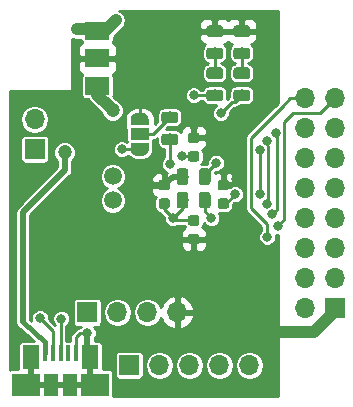
<source format=gtl>
G04 #@! TF.GenerationSoftware,KiCad,Pcbnew,5.0.2+dfsg1-1*
G04 #@! TF.CreationDate,2019-02-22T20:57:12+02:00*
G04 #@! TF.ProjectId,e3634a_oled,65333633-3461-45f6-9f6c-65642e6b6963,A*
G04 #@! TF.SameCoordinates,Original*
G04 #@! TF.FileFunction,Copper,L1,Top*
G04 #@! TF.FilePolarity,Positive*
%FSLAX46Y46*%
G04 Gerber Fmt 4.6, Leading zero omitted, Abs format (unit mm)*
G04 Created by KiCad (PCBNEW 5.0.2+dfsg1-1) date Fri 22 Feb 2019 08:57:12 PM EET*
%MOMM*%
%LPD*%
G01*
G04 APERTURE LIST*
G04 #@! TA.AperFunction,SMDPad,CuDef*
%ADD10R,1.175000X1.900000*%
G04 #@! TD*
G04 #@! TA.AperFunction,SMDPad,CuDef*
%ADD11R,2.375000X1.900000*%
G04 #@! TD*
G04 #@! TA.AperFunction,SMDPad,CuDef*
%ADD12R,1.475000X2.100000*%
G04 #@! TD*
G04 #@! TA.AperFunction,SMDPad,CuDef*
%ADD13R,0.450000X1.380000*%
G04 #@! TD*
G04 #@! TA.AperFunction,ComponentPad*
%ADD14O,1.700000X1.700000*%
G04 #@! TD*
G04 #@! TA.AperFunction,ComponentPad*
%ADD15R,1.700000X1.700000*%
G04 #@! TD*
G04 #@! TA.AperFunction,Conductor*
%ADD16C,0.100000*%
G04 #@! TD*
G04 #@! TA.AperFunction,SMDPad,CuDef*
%ADD17C,0.875000*%
G04 #@! TD*
G04 #@! TA.AperFunction,SMDPad,CuDef*
%ADD18C,0.975000*%
G04 #@! TD*
G04 #@! TA.AperFunction,SMDPad,CuDef*
%ADD19C,0.500000*%
G04 #@! TD*
G04 #@! TA.AperFunction,SMDPad,CuDef*
%ADD20R,1.500000X1.000000*%
G04 #@! TD*
G04 #@! TA.AperFunction,SMDPad,CuDef*
%ADD21R,2.000000X3.800000*%
G04 #@! TD*
G04 #@! TA.AperFunction,SMDPad,CuDef*
%ADD22R,2.000000X1.500000*%
G04 #@! TD*
G04 #@! TA.AperFunction,ComponentPad*
%ADD23C,1.500000*%
G04 #@! TD*
G04 #@! TA.AperFunction,ViaPad*
%ADD24C,0.800000*%
G04 #@! TD*
G04 #@! TA.AperFunction,ViaPad*
%ADD25C,1.200000*%
G04 #@! TD*
G04 #@! TA.AperFunction,Conductor*
%ADD26C,0.250000*%
G04 #@! TD*
G04 #@! TA.AperFunction,Conductor*
%ADD27C,0.500000*%
G04 #@! TD*
G04 #@! TA.AperFunction,Conductor*
%ADD28C,1.000000*%
G04 #@! TD*
G04 #@! TA.AperFunction,Conductor*
%ADD29C,0.400000*%
G04 #@! TD*
G04 APERTURE END LIST*
D10*
G04 #@! TO.P,J1,6*
G04 #@! TO.N,GND*
X55570220Y-72103060D03*
X53890220Y-72103060D03*
D11*
X57640220Y-72103060D03*
X51820220Y-72103060D03*
D12*
X57192720Y-69803060D03*
X52267720Y-69803060D03*
D13*
G04 #@! TO.P,J1,5*
X56030220Y-69443060D03*
G04 #@! TO.P,J1,4*
G04 #@! TO.N,Net-(J1-Pad4)*
X55380220Y-69443060D03*
G04 #@! TO.P,J1,3*
G04 #@! TO.N,Net-(J1-Pad3)*
X54730220Y-69443060D03*
G04 #@! TO.P,J1,2*
G04 #@! TO.N,Net-(J1-Pad2)*
X54080220Y-69443060D03*
G04 #@! TO.P,J1,1*
G04 #@! TO.N,VBUS*
X53430220Y-69443060D03*
G04 #@! TD*
D14*
G04 #@! TO.P,J3,4*
G04 #@! TO.N,+3V3*
X64620000Y-66000000D03*
G04 #@! TO.P,J3,3*
G04 #@! TO.N,/USART_TX*
X62080000Y-66000000D03*
G04 #@! TO.P,J3,2*
G04 #@! TO.N,/USART_RX*
X59540000Y-66000000D03*
D15*
G04 #@! TO.P,J3,1*
G04 #@! TO.N,GND*
X57000000Y-66000000D03*
G04 #@! TD*
D14*
G04 #@! TO.P,J2,16*
G04 #@! TO.N,/DB7*
X75400000Y-47874000D03*
G04 #@! TO.P,J2,15*
G04 #@! TO.N,/DB6*
X77940000Y-47874000D03*
G04 #@! TO.P,J2,14*
G04 #@! TO.N,/DB5*
X75400000Y-50414000D03*
G04 #@! TO.P,J2,13*
G04 #@! TO.N,/DB4*
X77940000Y-50414000D03*
G04 #@! TO.P,J2,12*
G04 #@! TO.N,/DB3*
X75400000Y-52954000D03*
G04 #@! TO.P,J2,11*
G04 #@! TO.N,/DB2*
X77940000Y-52954000D03*
G04 #@! TO.P,J2,10*
G04 #@! TO.N,/DB1*
X75400000Y-55494000D03*
G04 #@! TO.P,J2,9*
G04 #@! TO.N,/DB0*
X77940000Y-55494000D03*
G04 #@! TO.P,J2,8*
G04 #@! TO.N,/RD*
X75400000Y-58034000D03*
G04 #@! TO.P,J2,7*
G04 #@! TO.N,/WR*
X77940000Y-58034000D03*
G04 #@! TO.P,J2,6*
G04 #@! TO.N,/BOOT1*
X75400000Y-60574000D03*
G04 #@! TO.P,J2,5*
G04 #@! TO.N,/CS*
X77940000Y-60574000D03*
G04 #@! TO.P,J2,4*
G04 #@! TO.N,/Reset*
X75400000Y-63114000D03*
G04 #@! TO.P,J2,3*
G04 #@! TO.N,GND*
X77940000Y-63114000D03*
G04 #@! TO.P,J2,2*
X75400000Y-65654000D03*
D15*
G04 #@! TO.P,J2,1*
G04 #@! TO.N,+3V3*
X77940000Y-65654000D03*
G04 #@! TD*
D16*
G04 #@! TO.N,+3V3*
G04 #@! TO.C,C3*
G36*
X63777691Y-54776053D02*
X63798926Y-54779203D01*
X63819750Y-54784419D01*
X63839962Y-54791651D01*
X63859368Y-54800830D01*
X63877781Y-54811866D01*
X63895024Y-54824654D01*
X63910930Y-54839070D01*
X63925346Y-54854976D01*
X63938134Y-54872219D01*
X63949170Y-54890632D01*
X63958349Y-54910038D01*
X63965581Y-54930250D01*
X63970797Y-54951074D01*
X63973947Y-54972309D01*
X63975000Y-54993750D01*
X63975000Y-55431250D01*
X63973947Y-55452691D01*
X63970797Y-55473926D01*
X63965581Y-55494750D01*
X63958349Y-55514962D01*
X63949170Y-55534368D01*
X63938134Y-55552781D01*
X63925346Y-55570024D01*
X63910930Y-55585930D01*
X63895024Y-55600346D01*
X63877781Y-55613134D01*
X63859368Y-55624170D01*
X63839962Y-55633349D01*
X63819750Y-55640581D01*
X63798926Y-55645797D01*
X63777691Y-55648947D01*
X63756250Y-55650000D01*
X63243750Y-55650000D01*
X63222309Y-55648947D01*
X63201074Y-55645797D01*
X63180250Y-55640581D01*
X63160038Y-55633349D01*
X63140632Y-55624170D01*
X63122219Y-55613134D01*
X63104976Y-55600346D01*
X63089070Y-55585930D01*
X63074654Y-55570024D01*
X63061866Y-55552781D01*
X63050830Y-55534368D01*
X63041651Y-55514962D01*
X63034419Y-55494750D01*
X63029203Y-55473926D01*
X63026053Y-55452691D01*
X63025000Y-55431250D01*
X63025000Y-54993750D01*
X63026053Y-54972309D01*
X63029203Y-54951074D01*
X63034419Y-54930250D01*
X63041651Y-54910038D01*
X63050830Y-54890632D01*
X63061866Y-54872219D01*
X63074654Y-54854976D01*
X63089070Y-54839070D01*
X63104976Y-54824654D01*
X63122219Y-54811866D01*
X63140632Y-54800830D01*
X63160038Y-54791651D01*
X63180250Y-54784419D01*
X63201074Y-54779203D01*
X63222309Y-54776053D01*
X63243750Y-54775000D01*
X63756250Y-54775000D01*
X63777691Y-54776053D01*
X63777691Y-54776053D01*
G37*
D17*
G04 #@! TD*
G04 #@! TO.P,C3,1*
G04 #@! TO.N,+3V3*
X63500000Y-55212500D03*
D16*
G04 #@! TO.N,GND*
G04 #@! TO.C,C3*
G36*
X63777691Y-56351053D02*
X63798926Y-56354203D01*
X63819750Y-56359419D01*
X63839962Y-56366651D01*
X63859368Y-56375830D01*
X63877781Y-56386866D01*
X63895024Y-56399654D01*
X63910930Y-56414070D01*
X63925346Y-56429976D01*
X63938134Y-56447219D01*
X63949170Y-56465632D01*
X63958349Y-56485038D01*
X63965581Y-56505250D01*
X63970797Y-56526074D01*
X63973947Y-56547309D01*
X63975000Y-56568750D01*
X63975000Y-57006250D01*
X63973947Y-57027691D01*
X63970797Y-57048926D01*
X63965581Y-57069750D01*
X63958349Y-57089962D01*
X63949170Y-57109368D01*
X63938134Y-57127781D01*
X63925346Y-57145024D01*
X63910930Y-57160930D01*
X63895024Y-57175346D01*
X63877781Y-57188134D01*
X63859368Y-57199170D01*
X63839962Y-57208349D01*
X63819750Y-57215581D01*
X63798926Y-57220797D01*
X63777691Y-57223947D01*
X63756250Y-57225000D01*
X63243750Y-57225000D01*
X63222309Y-57223947D01*
X63201074Y-57220797D01*
X63180250Y-57215581D01*
X63160038Y-57208349D01*
X63140632Y-57199170D01*
X63122219Y-57188134D01*
X63104976Y-57175346D01*
X63089070Y-57160930D01*
X63074654Y-57145024D01*
X63061866Y-57127781D01*
X63050830Y-57109368D01*
X63041651Y-57089962D01*
X63034419Y-57069750D01*
X63029203Y-57048926D01*
X63026053Y-57027691D01*
X63025000Y-57006250D01*
X63025000Y-56568750D01*
X63026053Y-56547309D01*
X63029203Y-56526074D01*
X63034419Y-56505250D01*
X63041651Y-56485038D01*
X63050830Y-56465632D01*
X63061866Y-56447219D01*
X63074654Y-56429976D01*
X63089070Y-56414070D01*
X63104976Y-56399654D01*
X63122219Y-56386866D01*
X63140632Y-56375830D01*
X63160038Y-56366651D01*
X63180250Y-56359419D01*
X63201074Y-56354203D01*
X63222309Y-56351053D01*
X63243750Y-56350000D01*
X63756250Y-56350000D01*
X63777691Y-56351053D01*
X63777691Y-56351053D01*
G37*
D17*
G04 #@! TD*
G04 #@! TO.P,C3,2*
G04 #@! TO.N,GND*
X63500000Y-56787500D03*
D16*
G04 #@! TO.N,GND*
G04 #@! TO.C,C4*
G36*
X66277691Y-57776053D02*
X66298926Y-57779203D01*
X66319750Y-57784419D01*
X66339962Y-57791651D01*
X66359368Y-57800830D01*
X66377781Y-57811866D01*
X66395024Y-57824654D01*
X66410930Y-57839070D01*
X66425346Y-57854976D01*
X66438134Y-57872219D01*
X66449170Y-57890632D01*
X66458349Y-57910038D01*
X66465581Y-57930250D01*
X66470797Y-57951074D01*
X66473947Y-57972309D01*
X66475000Y-57993750D01*
X66475000Y-58431250D01*
X66473947Y-58452691D01*
X66470797Y-58473926D01*
X66465581Y-58494750D01*
X66458349Y-58514962D01*
X66449170Y-58534368D01*
X66438134Y-58552781D01*
X66425346Y-58570024D01*
X66410930Y-58585930D01*
X66395024Y-58600346D01*
X66377781Y-58613134D01*
X66359368Y-58624170D01*
X66339962Y-58633349D01*
X66319750Y-58640581D01*
X66298926Y-58645797D01*
X66277691Y-58648947D01*
X66256250Y-58650000D01*
X65743750Y-58650000D01*
X65722309Y-58648947D01*
X65701074Y-58645797D01*
X65680250Y-58640581D01*
X65660038Y-58633349D01*
X65640632Y-58624170D01*
X65622219Y-58613134D01*
X65604976Y-58600346D01*
X65589070Y-58585930D01*
X65574654Y-58570024D01*
X65561866Y-58552781D01*
X65550830Y-58534368D01*
X65541651Y-58514962D01*
X65534419Y-58494750D01*
X65529203Y-58473926D01*
X65526053Y-58452691D01*
X65525000Y-58431250D01*
X65525000Y-57993750D01*
X65526053Y-57972309D01*
X65529203Y-57951074D01*
X65534419Y-57930250D01*
X65541651Y-57910038D01*
X65550830Y-57890632D01*
X65561866Y-57872219D01*
X65574654Y-57854976D01*
X65589070Y-57839070D01*
X65604976Y-57824654D01*
X65622219Y-57811866D01*
X65640632Y-57800830D01*
X65660038Y-57791651D01*
X65680250Y-57784419D01*
X65701074Y-57779203D01*
X65722309Y-57776053D01*
X65743750Y-57775000D01*
X66256250Y-57775000D01*
X66277691Y-57776053D01*
X66277691Y-57776053D01*
G37*
D17*
G04 #@! TD*
G04 #@! TO.P,C4,2*
G04 #@! TO.N,GND*
X66000000Y-58212500D03*
D16*
G04 #@! TO.N,+3V3*
G04 #@! TO.C,C4*
G36*
X66277691Y-59351053D02*
X66298926Y-59354203D01*
X66319750Y-59359419D01*
X66339962Y-59366651D01*
X66359368Y-59375830D01*
X66377781Y-59386866D01*
X66395024Y-59399654D01*
X66410930Y-59414070D01*
X66425346Y-59429976D01*
X66438134Y-59447219D01*
X66449170Y-59465632D01*
X66458349Y-59485038D01*
X66465581Y-59505250D01*
X66470797Y-59526074D01*
X66473947Y-59547309D01*
X66475000Y-59568750D01*
X66475000Y-60006250D01*
X66473947Y-60027691D01*
X66470797Y-60048926D01*
X66465581Y-60069750D01*
X66458349Y-60089962D01*
X66449170Y-60109368D01*
X66438134Y-60127781D01*
X66425346Y-60145024D01*
X66410930Y-60160930D01*
X66395024Y-60175346D01*
X66377781Y-60188134D01*
X66359368Y-60199170D01*
X66339962Y-60208349D01*
X66319750Y-60215581D01*
X66298926Y-60220797D01*
X66277691Y-60223947D01*
X66256250Y-60225000D01*
X65743750Y-60225000D01*
X65722309Y-60223947D01*
X65701074Y-60220797D01*
X65680250Y-60215581D01*
X65660038Y-60208349D01*
X65640632Y-60199170D01*
X65622219Y-60188134D01*
X65604976Y-60175346D01*
X65589070Y-60160930D01*
X65574654Y-60145024D01*
X65561866Y-60127781D01*
X65550830Y-60109368D01*
X65541651Y-60089962D01*
X65534419Y-60069750D01*
X65529203Y-60048926D01*
X65526053Y-60027691D01*
X65525000Y-60006250D01*
X65525000Y-59568750D01*
X65526053Y-59547309D01*
X65529203Y-59526074D01*
X65534419Y-59505250D01*
X65541651Y-59485038D01*
X65550830Y-59465632D01*
X65561866Y-59447219D01*
X65574654Y-59429976D01*
X65589070Y-59414070D01*
X65604976Y-59399654D01*
X65622219Y-59386866D01*
X65640632Y-59375830D01*
X65660038Y-59366651D01*
X65680250Y-59359419D01*
X65701074Y-59354203D01*
X65722309Y-59351053D01*
X65743750Y-59350000D01*
X66256250Y-59350000D01*
X66277691Y-59351053D01*
X66277691Y-59351053D01*
G37*
D17*
G04 #@! TD*
G04 #@! TO.P,C4,1*
G04 #@! TO.N,+3V3*
X66000000Y-59787500D03*
D16*
G04 #@! TO.N,+3V3*
G04 #@! TO.C,C5*
G36*
X66277691Y-50776053D02*
X66298926Y-50779203D01*
X66319750Y-50784419D01*
X66339962Y-50791651D01*
X66359368Y-50800830D01*
X66377781Y-50811866D01*
X66395024Y-50824654D01*
X66410930Y-50839070D01*
X66425346Y-50854976D01*
X66438134Y-50872219D01*
X66449170Y-50890632D01*
X66458349Y-50910038D01*
X66465581Y-50930250D01*
X66470797Y-50951074D01*
X66473947Y-50972309D01*
X66475000Y-50993750D01*
X66475000Y-51431250D01*
X66473947Y-51452691D01*
X66470797Y-51473926D01*
X66465581Y-51494750D01*
X66458349Y-51514962D01*
X66449170Y-51534368D01*
X66438134Y-51552781D01*
X66425346Y-51570024D01*
X66410930Y-51585930D01*
X66395024Y-51600346D01*
X66377781Y-51613134D01*
X66359368Y-51624170D01*
X66339962Y-51633349D01*
X66319750Y-51640581D01*
X66298926Y-51645797D01*
X66277691Y-51648947D01*
X66256250Y-51650000D01*
X65743750Y-51650000D01*
X65722309Y-51648947D01*
X65701074Y-51645797D01*
X65680250Y-51640581D01*
X65660038Y-51633349D01*
X65640632Y-51624170D01*
X65622219Y-51613134D01*
X65604976Y-51600346D01*
X65589070Y-51585930D01*
X65574654Y-51570024D01*
X65561866Y-51552781D01*
X65550830Y-51534368D01*
X65541651Y-51514962D01*
X65534419Y-51494750D01*
X65529203Y-51473926D01*
X65526053Y-51452691D01*
X65525000Y-51431250D01*
X65525000Y-50993750D01*
X65526053Y-50972309D01*
X65529203Y-50951074D01*
X65534419Y-50930250D01*
X65541651Y-50910038D01*
X65550830Y-50890632D01*
X65561866Y-50872219D01*
X65574654Y-50854976D01*
X65589070Y-50839070D01*
X65604976Y-50824654D01*
X65622219Y-50811866D01*
X65640632Y-50800830D01*
X65660038Y-50791651D01*
X65680250Y-50784419D01*
X65701074Y-50779203D01*
X65722309Y-50776053D01*
X65743750Y-50775000D01*
X66256250Y-50775000D01*
X66277691Y-50776053D01*
X66277691Y-50776053D01*
G37*
D17*
G04 #@! TD*
G04 #@! TO.P,C5,1*
G04 #@! TO.N,+3V3*
X66000000Y-51212500D03*
D16*
G04 #@! TO.N,GND*
G04 #@! TO.C,C5*
G36*
X66277691Y-52351053D02*
X66298926Y-52354203D01*
X66319750Y-52359419D01*
X66339962Y-52366651D01*
X66359368Y-52375830D01*
X66377781Y-52386866D01*
X66395024Y-52399654D01*
X66410930Y-52414070D01*
X66425346Y-52429976D01*
X66438134Y-52447219D01*
X66449170Y-52465632D01*
X66458349Y-52485038D01*
X66465581Y-52505250D01*
X66470797Y-52526074D01*
X66473947Y-52547309D01*
X66475000Y-52568750D01*
X66475000Y-53006250D01*
X66473947Y-53027691D01*
X66470797Y-53048926D01*
X66465581Y-53069750D01*
X66458349Y-53089962D01*
X66449170Y-53109368D01*
X66438134Y-53127781D01*
X66425346Y-53145024D01*
X66410930Y-53160930D01*
X66395024Y-53175346D01*
X66377781Y-53188134D01*
X66359368Y-53199170D01*
X66339962Y-53208349D01*
X66319750Y-53215581D01*
X66298926Y-53220797D01*
X66277691Y-53223947D01*
X66256250Y-53225000D01*
X65743750Y-53225000D01*
X65722309Y-53223947D01*
X65701074Y-53220797D01*
X65680250Y-53215581D01*
X65660038Y-53208349D01*
X65640632Y-53199170D01*
X65622219Y-53188134D01*
X65604976Y-53175346D01*
X65589070Y-53160930D01*
X65574654Y-53145024D01*
X65561866Y-53127781D01*
X65550830Y-53109368D01*
X65541651Y-53089962D01*
X65534419Y-53069750D01*
X65529203Y-53048926D01*
X65526053Y-53027691D01*
X65525000Y-53006250D01*
X65525000Y-52568750D01*
X65526053Y-52547309D01*
X65529203Y-52526074D01*
X65534419Y-52505250D01*
X65541651Y-52485038D01*
X65550830Y-52465632D01*
X65561866Y-52447219D01*
X65574654Y-52429976D01*
X65589070Y-52414070D01*
X65604976Y-52399654D01*
X65622219Y-52386866D01*
X65640632Y-52375830D01*
X65660038Y-52366651D01*
X65680250Y-52359419D01*
X65701074Y-52354203D01*
X65722309Y-52351053D01*
X65743750Y-52350000D01*
X66256250Y-52350000D01*
X66277691Y-52351053D01*
X66277691Y-52351053D01*
G37*
D17*
G04 #@! TD*
G04 #@! TO.P,C5,2*
G04 #@! TO.N,GND*
X66000000Y-52787500D03*
D16*
G04 #@! TO.N,GND*
G04 #@! TO.C,C6*
G36*
X68777691Y-56351053D02*
X68798926Y-56354203D01*
X68819750Y-56359419D01*
X68839962Y-56366651D01*
X68859368Y-56375830D01*
X68877781Y-56386866D01*
X68895024Y-56399654D01*
X68910930Y-56414070D01*
X68925346Y-56429976D01*
X68938134Y-56447219D01*
X68949170Y-56465632D01*
X68958349Y-56485038D01*
X68965581Y-56505250D01*
X68970797Y-56526074D01*
X68973947Y-56547309D01*
X68975000Y-56568750D01*
X68975000Y-57006250D01*
X68973947Y-57027691D01*
X68970797Y-57048926D01*
X68965581Y-57069750D01*
X68958349Y-57089962D01*
X68949170Y-57109368D01*
X68938134Y-57127781D01*
X68925346Y-57145024D01*
X68910930Y-57160930D01*
X68895024Y-57175346D01*
X68877781Y-57188134D01*
X68859368Y-57199170D01*
X68839962Y-57208349D01*
X68819750Y-57215581D01*
X68798926Y-57220797D01*
X68777691Y-57223947D01*
X68756250Y-57225000D01*
X68243750Y-57225000D01*
X68222309Y-57223947D01*
X68201074Y-57220797D01*
X68180250Y-57215581D01*
X68160038Y-57208349D01*
X68140632Y-57199170D01*
X68122219Y-57188134D01*
X68104976Y-57175346D01*
X68089070Y-57160930D01*
X68074654Y-57145024D01*
X68061866Y-57127781D01*
X68050830Y-57109368D01*
X68041651Y-57089962D01*
X68034419Y-57069750D01*
X68029203Y-57048926D01*
X68026053Y-57027691D01*
X68025000Y-57006250D01*
X68025000Y-56568750D01*
X68026053Y-56547309D01*
X68029203Y-56526074D01*
X68034419Y-56505250D01*
X68041651Y-56485038D01*
X68050830Y-56465632D01*
X68061866Y-56447219D01*
X68074654Y-56429976D01*
X68089070Y-56414070D01*
X68104976Y-56399654D01*
X68122219Y-56386866D01*
X68140632Y-56375830D01*
X68160038Y-56366651D01*
X68180250Y-56359419D01*
X68201074Y-56354203D01*
X68222309Y-56351053D01*
X68243750Y-56350000D01*
X68756250Y-56350000D01*
X68777691Y-56351053D01*
X68777691Y-56351053D01*
G37*
D17*
G04 #@! TD*
G04 #@! TO.P,C6,2*
G04 #@! TO.N,GND*
X68500000Y-56787500D03*
D16*
G04 #@! TO.N,+3V3*
G04 #@! TO.C,C6*
G36*
X68777691Y-54776053D02*
X68798926Y-54779203D01*
X68819750Y-54784419D01*
X68839962Y-54791651D01*
X68859368Y-54800830D01*
X68877781Y-54811866D01*
X68895024Y-54824654D01*
X68910930Y-54839070D01*
X68925346Y-54854976D01*
X68938134Y-54872219D01*
X68949170Y-54890632D01*
X68958349Y-54910038D01*
X68965581Y-54930250D01*
X68970797Y-54951074D01*
X68973947Y-54972309D01*
X68975000Y-54993750D01*
X68975000Y-55431250D01*
X68973947Y-55452691D01*
X68970797Y-55473926D01*
X68965581Y-55494750D01*
X68958349Y-55514962D01*
X68949170Y-55534368D01*
X68938134Y-55552781D01*
X68925346Y-55570024D01*
X68910930Y-55585930D01*
X68895024Y-55600346D01*
X68877781Y-55613134D01*
X68859368Y-55624170D01*
X68839962Y-55633349D01*
X68819750Y-55640581D01*
X68798926Y-55645797D01*
X68777691Y-55648947D01*
X68756250Y-55650000D01*
X68243750Y-55650000D01*
X68222309Y-55648947D01*
X68201074Y-55645797D01*
X68180250Y-55640581D01*
X68160038Y-55633349D01*
X68140632Y-55624170D01*
X68122219Y-55613134D01*
X68104976Y-55600346D01*
X68089070Y-55585930D01*
X68074654Y-55570024D01*
X68061866Y-55552781D01*
X68050830Y-55534368D01*
X68041651Y-55514962D01*
X68034419Y-55494750D01*
X68029203Y-55473926D01*
X68026053Y-55452691D01*
X68025000Y-55431250D01*
X68025000Y-54993750D01*
X68026053Y-54972309D01*
X68029203Y-54951074D01*
X68034419Y-54930250D01*
X68041651Y-54910038D01*
X68050830Y-54890632D01*
X68061866Y-54872219D01*
X68074654Y-54854976D01*
X68089070Y-54839070D01*
X68104976Y-54824654D01*
X68122219Y-54811866D01*
X68140632Y-54800830D01*
X68160038Y-54791651D01*
X68180250Y-54784419D01*
X68201074Y-54779203D01*
X68222309Y-54776053D01*
X68243750Y-54775000D01*
X68756250Y-54775000D01*
X68777691Y-54776053D01*
X68777691Y-54776053D01*
G37*
D17*
G04 #@! TD*
G04 #@! TO.P,C6,1*
G04 #@! TO.N,+3V3*
X68500000Y-55212500D03*
D16*
G04 #@! TO.N,+3V3*
G04 #@! TO.C,D1*
G36*
X68260142Y-41702674D02*
X68283803Y-41706184D01*
X68307007Y-41711996D01*
X68329529Y-41720054D01*
X68351153Y-41730282D01*
X68371670Y-41742579D01*
X68390883Y-41756829D01*
X68408607Y-41772893D01*
X68424671Y-41790617D01*
X68438921Y-41809830D01*
X68451218Y-41830347D01*
X68461446Y-41851971D01*
X68469504Y-41874493D01*
X68475316Y-41897697D01*
X68478826Y-41921358D01*
X68480000Y-41945250D01*
X68480000Y-42432750D01*
X68478826Y-42456642D01*
X68475316Y-42480303D01*
X68469504Y-42503507D01*
X68461446Y-42526029D01*
X68451218Y-42547653D01*
X68438921Y-42568170D01*
X68424671Y-42587383D01*
X68408607Y-42605107D01*
X68390883Y-42621171D01*
X68371670Y-42635421D01*
X68351153Y-42647718D01*
X68329529Y-42657946D01*
X68307007Y-42666004D01*
X68283803Y-42671816D01*
X68260142Y-42675326D01*
X68236250Y-42676500D01*
X67323750Y-42676500D01*
X67299858Y-42675326D01*
X67276197Y-42671816D01*
X67252993Y-42666004D01*
X67230471Y-42657946D01*
X67208847Y-42647718D01*
X67188330Y-42635421D01*
X67169117Y-42621171D01*
X67151393Y-42605107D01*
X67135329Y-42587383D01*
X67121079Y-42568170D01*
X67108782Y-42547653D01*
X67098554Y-42526029D01*
X67090496Y-42503507D01*
X67084684Y-42480303D01*
X67081174Y-42456642D01*
X67080000Y-42432750D01*
X67080000Y-41945250D01*
X67081174Y-41921358D01*
X67084684Y-41897697D01*
X67090496Y-41874493D01*
X67098554Y-41851971D01*
X67108782Y-41830347D01*
X67121079Y-41809830D01*
X67135329Y-41790617D01*
X67151393Y-41772893D01*
X67169117Y-41756829D01*
X67188330Y-41742579D01*
X67208847Y-41730282D01*
X67230471Y-41720054D01*
X67252993Y-41711996D01*
X67276197Y-41706184D01*
X67299858Y-41702674D01*
X67323750Y-41701500D01*
X68236250Y-41701500D01*
X68260142Y-41702674D01*
X68260142Y-41702674D01*
G37*
D18*
G04 #@! TD*
G04 #@! TO.P,D1,2*
G04 #@! TO.N,+3V3*
X67780000Y-42189000D03*
D16*
G04 #@! TO.N,Net-(D1-Pad1)*
G04 #@! TO.C,D1*
G36*
X68260142Y-43577674D02*
X68283803Y-43581184D01*
X68307007Y-43586996D01*
X68329529Y-43595054D01*
X68351153Y-43605282D01*
X68371670Y-43617579D01*
X68390883Y-43631829D01*
X68408607Y-43647893D01*
X68424671Y-43665617D01*
X68438921Y-43684830D01*
X68451218Y-43705347D01*
X68461446Y-43726971D01*
X68469504Y-43749493D01*
X68475316Y-43772697D01*
X68478826Y-43796358D01*
X68480000Y-43820250D01*
X68480000Y-44307750D01*
X68478826Y-44331642D01*
X68475316Y-44355303D01*
X68469504Y-44378507D01*
X68461446Y-44401029D01*
X68451218Y-44422653D01*
X68438921Y-44443170D01*
X68424671Y-44462383D01*
X68408607Y-44480107D01*
X68390883Y-44496171D01*
X68371670Y-44510421D01*
X68351153Y-44522718D01*
X68329529Y-44532946D01*
X68307007Y-44541004D01*
X68283803Y-44546816D01*
X68260142Y-44550326D01*
X68236250Y-44551500D01*
X67323750Y-44551500D01*
X67299858Y-44550326D01*
X67276197Y-44546816D01*
X67252993Y-44541004D01*
X67230471Y-44532946D01*
X67208847Y-44522718D01*
X67188330Y-44510421D01*
X67169117Y-44496171D01*
X67151393Y-44480107D01*
X67135329Y-44462383D01*
X67121079Y-44443170D01*
X67108782Y-44422653D01*
X67098554Y-44401029D01*
X67090496Y-44378507D01*
X67084684Y-44355303D01*
X67081174Y-44331642D01*
X67080000Y-44307750D01*
X67080000Y-43820250D01*
X67081174Y-43796358D01*
X67084684Y-43772697D01*
X67090496Y-43749493D01*
X67098554Y-43726971D01*
X67108782Y-43705347D01*
X67121079Y-43684830D01*
X67135329Y-43665617D01*
X67151393Y-43647893D01*
X67169117Y-43631829D01*
X67188330Y-43617579D01*
X67208847Y-43605282D01*
X67230471Y-43595054D01*
X67252993Y-43586996D01*
X67276197Y-43581184D01*
X67299858Y-43577674D01*
X67323750Y-43576500D01*
X68236250Y-43576500D01*
X68260142Y-43577674D01*
X68260142Y-43577674D01*
G37*
D18*
G04 #@! TD*
G04 #@! TO.P,D1,1*
G04 #@! TO.N,Net-(D1-Pad1)*
X67780000Y-44064000D03*
D16*
G04 #@! TO.N,Net-(D2-Pad1)*
G04 #@! TO.C,D2*
G36*
X70546142Y-43577674D02*
X70569803Y-43581184D01*
X70593007Y-43586996D01*
X70615529Y-43595054D01*
X70637153Y-43605282D01*
X70657670Y-43617579D01*
X70676883Y-43631829D01*
X70694607Y-43647893D01*
X70710671Y-43665617D01*
X70724921Y-43684830D01*
X70737218Y-43705347D01*
X70747446Y-43726971D01*
X70755504Y-43749493D01*
X70761316Y-43772697D01*
X70764826Y-43796358D01*
X70766000Y-43820250D01*
X70766000Y-44307750D01*
X70764826Y-44331642D01*
X70761316Y-44355303D01*
X70755504Y-44378507D01*
X70747446Y-44401029D01*
X70737218Y-44422653D01*
X70724921Y-44443170D01*
X70710671Y-44462383D01*
X70694607Y-44480107D01*
X70676883Y-44496171D01*
X70657670Y-44510421D01*
X70637153Y-44522718D01*
X70615529Y-44532946D01*
X70593007Y-44541004D01*
X70569803Y-44546816D01*
X70546142Y-44550326D01*
X70522250Y-44551500D01*
X69609750Y-44551500D01*
X69585858Y-44550326D01*
X69562197Y-44546816D01*
X69538993Y-44541004D01*
X69516471Y-44532946D01*
X69494847Y-44522718D01*
X69474330Y-44510421D01*
X69455117Y-44496171D01*
X69437393Y-44480107D01*
X69421329Y-44462383D01*
X69407079Y-44443170D01*
X69394782Y-44422653D01*
X69384554Y-44401029D01*
X69376496Y-44378507D01*
X69370684Y-44355303D01*
X69367174Y-44331642D01*
X69366000Y-44307750D01*
X69366000Y-43820250D01*
X69367174Y-43796358D01*
X69370684Y-43772697D01*
X69376496Y-43749493D01*
X69384554Y-43726971D01*
X69394782Y-43705347D01*
X69407079Y-43684830D01*
X69421329Y-43665617D01*
X69437393Y-43647893D01*
X69455117Y-43631829D01*
X69474330Y-43617579D01*
X69494847Y-43605282D01*
X69516471Y-43595054D01*
X69538993Y-43586996D01*
X69562197Y-43581184D01*
X69585858Y-43577674D01*
X69609750Y-43576500D01*
X70522250Y-43576500D01*
X70546142Y-43577674D01*
X70546142Y-43577674D01*
G37*
D18*
G04 #@! TD*
G04 #@! TO.P,D2,1*
G04 #@! TO.N,Net-(D2-Pad1)*
X70066000Y-44064000D03*
D16*
G04 #@! TO.N,+3V3*
G04 #@! TO.C,D2*
G36*
X70546142Y-41702674D02*
X70569803Y-41706184D01*
X70593007Y-41711996D01*
X70615529Y-41720054D01*
X70637153Y-41730282D01*
X70657670Y-41742579D01*
X70676883Y-41756829D01*
X70694607Y-41772893D01*
X70710671Y-41790617D01*
X70724921Y-41809830D01*
X70737218Y-41830347D01*
X70747446Y-41851971D01*
X70755504Y-41874493D01*
X70761316Y-41897697D01*
X70764826Y-41921358D01*
X70766000Y-41945250D01*
X70766000Y-42432750D01*
X70764826Y-42456642D01*
X70761316Y-42480303D01*
X70755504Y-42503507D01*
X70747446Y-42526029D01*
X70737218Y-42547653D01*
X70724921Y-42568170D01*
X70710671Y-42587383D01*
X70694607Y-42605107D01*
X70676883Y-42621171D01*
X70657670Y-42635421D01*
X70637153Y-42647718D01*
X70615529Y-42657946D01*
X70593007Y-42666004D01*
X70569803Y-42671816D01*
X70546142Y-42675326D01*
X70522250Y-42676500D01*
X69609750Y-42676500D01*
X69585858Y-42675326D01*
X69562197Y-42671816D01*
X69538993Y-42666004D01*
X69516471Y-42657946D01*
X69494847Y-42647718D01*
X69474330Y-42635421D01*
X69455117Y-42621171D01*
X69437393Y-42605107D01*
X69421329Y-42587383D01*
X69407079Y-42568170D01*
X69394782Y-42547653D01*
X69384554Y-42526029D01*
X69376496Y-42503507D01*
X69370684Y-42480303D01*
X69367174Y-42456642D01*
X69366000Y-42432750D01*
X69366000Y-41945250D01*
X69367174Y-41921358D01*
X69370684Y-41897697D01*
X69376496Y-41874493D01*
X69384554Y-41851971D01*
X69394782Y-41830347D01*
X69407079Y-41809830D01*
X69421329Y-41790617D01*
X69437393Y-41772893D01*
X69455117Y-41756829D01*
X69474330Y-41742579D01*
X69494847Y-41730282D01*
X69516471Y-41720054D01*
X69538993Y-41711996D01*
X69562197Y-41706184D01*
X69585858Y-41702674D01*
X69609750Y-41701500D01*
X70522250Y-41701500D01*
X70546142Y-41702674D01*
X70546142Y-41702674D01*
G37*
D18*
G04 #@! TD*
G04 #@! TO.P,D2,2*
G04 #@! TO.N,+3V3*
X70066000Y-42189000D03*
D19*
G04 #@! TO.P,JP1,1*
G04 #@! TO.N,GND*
X61430000Y-52222000D03*
D16*
G04 #@! TD*
G04 #@! TO.N,GND*
G04 #@! TO.C,JP1*
G36*
X62180000Y-51672000D02*
X62180000Y-52222000D01*
X62179398Y-52222000D01*
X62179398Y-52246534D01*
X62174588Y-52295365D01*
X62165016Y-52343490D01*
X62150772Y-52390445D01*
X62131995Y-52435778D01*
X62108864Y-52479051D01*
X62081604Y-52519850D01*
X62050476Y-52557779D01*
X62015779Y-52592476D01*
X61977850Y-52623604D01*
X61937051Y-52650864D01*
X61893778Y-52673995D01*
X61848445Y-52692772D01*
X61801490Y-52707016D01*
X61753365Y-52716588D01*
X61704534Y-52721398D01*
X61680000Y-52721398D01*
X61680000Y-52722000D01*
X61180000Y-52722000D01*
X61180000Y-52721398D01*
X61155466Y-52721398D01*
X61106635Y-52716588D01*
X61058510Y-52707016D01*
X61011555Y-52692772D01*
X60966222Y-52673995D01*
X60922949Y-52650864D01*
X60882150Y-52623604D01*
X60844221Y-52592476D01*
X60809524Y-52557779D01*
X60778396Y-52519850D01*
X60751136Y-52479051D01*
X60728005Y-52435778D01*
X60709228Y-52390445D01*
X60694984Y-52343490D01*
X60685412Y-52295365D01*
X60680602Y-52246534D01*
X60680602Y-52222000D01*
X60680000Y-52222000D01*
X60680000Y-51672000D01*
X62180000Y-51672000D01*
X62180000Y-51672000D01*
G37*
D19*
G04 #@! TO.P,JP1,3*
G04 #@! TO.N,+3V3*
X61430000Y-49622000D03*
D16*
G04 #@! TD*
G04 #@! TO.N,+3V3*
G04 #@! TO.C,JP1*
G36*
X60680602Y-49622000D02*
X60680602Y-49597466D01*
X60685412Y-49548635D01*
X60694984Y-49500510D01*
X60709228Y-49453555D01*
X60728005Y-49408222D01*
X60751136Y-49364949D01*
X60778396Y-49324150D01*
X60809524Y-49286221D01*
X60844221Y-49251524D01*
X60882150Y-49220396D01*
X60922949Y-49193136D01*
X60966222Y-49170005D01*
X61011555Y-49151228D01*
X61058510Y-49136984D01*
X61106635Y-49127412D01*
X61155466Y-49122602D01*
X61180000Y-49122602D01*
X61180000Y-49122000D01*
X61680000Y-49122000D01*
X61680000Y-49122602D01*
X61704534Y-49122602D01*
X61753365Y-49127412D01*
X61801490Y-49136984D01*
X61848445Y-49151228D01*
X61893778Y-49170005D01*
X61937051Y-49193136D01*
X61977850Y-49220396D01*
X62015779Y-49251524D01*
X62050476Y-49286221D01*
X62081604Y-49324150D01*
X62108864Y-49364949D01*
X62131995Y-49408222D01*
X62150772Y-49453555D01*
X62165016Y-49500510D01*
X62174588Y-49548635D01*
X62179398Y-49597466D01*
X62179398Y-49622000D01*
X62180000Y-49622000D01*
X62180000Y-50172000D01*
X60680000Y-50172000D01*
X60680000Y-49622000D01*
X60680602Y-49622000D01*
X60680602Y-49622000D01*
G37*
D20*
G04 #@! TO.P,JP1,2*
G04 #@! TO.N,Net-(JP1-Pad2)*
X61430000Y-50922000D03*
G04 #@! TD*
D16*
G04 #@! TO.N,Net-(R1-Pad2)*
G04 #@! TO.C,R1*
G36*
X67205142Y-53801174D02*
X67228803Y-53804684D01*
X67252007Y-53810496D01*
X67274529Y-53818554D01*
X67296153Y-53828782D01*
X67316670Y-53841079D01*
X67335883Y-53855329D01*
X67353607Y-53871393D01*
X67369671Y-53889117D01*
X67383921Y-53908330D01*
X67396218Y-53928847D01*
X67406446Y-53950471D01*
X67414504Y-53972993D01*
X67420316Y-53996197D01*
X67423826Y-54019858D01*
X67425000Y-54043750D01*
X67425000Y-54956250D01*
X67423826Y-54980142D01*
X67420316Y-55003803D01*
X67414504Y-55027007D01*
X67406446Y-55049529D01*
X67396218Y-55071153D01*
X67383921Y-55091670D01*
X67369671Y-55110883D01*
X67353607Y-55128607D01*
X67335883Y-55144671D01*
X67316670Y-55158921D01*
X67296153Y-55171218D01*
X67274529Y-55181446D01*
X67252007Y-55189504D01*
X67228803Y-55195316D01*
X67205142Y-55198826D01*
X67181250Y-55200000D01*
X66693750Y-55200000D01*
X66669858Y-55198826D01*
X66646197Y-55195316D01*
X66622993Y-55189504D01*
X66600471Y-55181446D01*
X66578847Y-55171218D01*
X66558330Y-55158921D01*
X66539117Y-55144671D01*
X66521393Y-55128607D01*
X66505329Y-55110883D01*
X66491079Y-55091670D01*
X66478782Y-55071153D01*
X66468554Y-55049529D01*
X66460496Y-55027007D01*
X66454684Y-55003803D01*
X66451174Y-54980142D01*
X66450000Y-54956250D01*
X66450000Y-54043750D01*
X66451174Y-54019858D01*
X66454684Y-53996197D01*
X66460496Y-53972993D01*
X66468554Y-53950471D01*
X66478782Y-53928847D01*
X66491079Y-53908330D01*
X66505329Y-53889117D01*
X66521393Y-53871393D01*
X66539117Y-53855329D01*
X66558330Y-53841079D01*
X66578847Y-53828782D01*
X66600471Y-53818554D01*
X66622993Y-53810496D01*
X66646197Y-53804684D01*
X66669858Y-53801174D01*
X66693750Y-53800000D01*
X67181250Y-53800000D01*
X67205142Y-53801174D01*
X67205142Y-53801174D01*
G37*
D18*
G04 #@! TD*
G04 #@! TO.P,R1,2*
G04 #@! TO.N,Net-(R1-Pad2)*
X66937500Y-54500000D03*
D16*
G04 #@! TO.N,+3V3*
G04 #@! TO.C,R1*
G36*
X65330142Y-53801174D02*
X65353803Y-53804684D01*
X65377007Y-53810496D01*
X65399529Y-53818554D01*
X65421153Y-53828782D01*
X65441670Y-53841079D01*
X65460883Y-53855329D01*
X65478607Y-53871393D01*
X65494671Y-53889117D01*
X65508921Y-53908330D01*
X65521218Y-53928847D01*
X65531446Y-53950471D01*
X65539504Y-53972993D01*
X65545316Y-53996197D01*
X65548826Y-54019858D01*
X65550000Y-54043750D01*
X65550000Y-54956250D01*
X65548826Y-54980142D01*
X65545316Y-55003803D01*
X65539504Y-55027007D01*
X65531446Y-55049529D01*
X65521218Y-55071153D01*
X65508921Y-55091670D01*
X65494671Y-55110883D01*
X65478607Y-55128607D01*
X65460883Y-55144671D01*
X65441670Y-55158921D01*
X65421153Y-55171218D01*
X65399529Y-55181446D01*
X65377007Y-55189504D01*
X65353803Y-55195316D01*
X65330142Y-55198826D01*
X65306250Y-55200000D01*
X64818750Y-55200000D01*
X64794858Y-55198826D01*
X64771197Y-55195316D01*
X64747993Y-55189504D01*
X64725471Y-55181446D01*
X64703847Y-55171218D01*
X64683330Y-55158921D01*
X64664117Y-55144671D01*
X64646393Y-55128607D01*
X64630329Y-55110883D01*
X64616079Y-55091670D01*
X64603782Y-55071153D01*
X64593554Y-55049529D01*
X64585496Y-55027007D01*
X64579684Y-55003803D01*
X64576174Y-54980142D01*
X64575000Y-54956250D01*
X64575000Y-54043750D01*
X64576174Y-54019858D01*
X64579684Y-53996197D01*
X64585496Y-53972993D01*
X64593554Y-53950471D01*
X64603782Y-53928847D01*
X64616079Y-53908330D01*
X64630329Y-53889117D01*
X64646393Y-53871393D01*
X64664117Y-53855329D01*
X64683330Y-53841079D01*
X64703847Y-53828782D01*
X64725471Y-53818554D01*
X64747993Y-53810496D01*
X64771197Y-53804684D01*
X64794858Y-53801174D01*
X64818750Y-53800000D01*
X65306250Y-53800000D01*
X65330142Y-53801174D01*
X65330142Y-53801174D01*
G37*
D18*
G04 #@! TD*
G04 #@! TO.P,R1,1*
G04 #@! TO.N,+3V3*
X65062500Y-54500000D03*
D16*
G04 #@! TO.N,Net-(D1-Pad1)*
G04 #@! TO.C,R3*
G36*
X68260142Y-45258674D02*
X68283803Y-45262184D01*
X68307007Y-45267996D01*
X68329529Y-45276054D01*
X68351153Y-45286282D01*
X68371670Y-45298579D01*
X68390883Y-45312829D01*
X68408607Y-45328893D01*
X68424671Y-45346617D01*
X68438921Y-45365830D01*
X68451218Y-45386347D01*
X68461446Y-45407971D01*
X68469504Y-45430493D01*
X68475316Y-45453697D01*
X68478826Y-45477358D01*
X68480000Y-45501250D01*
X68480000Y-45988750D01*
X68478826Y-46012642D01*
X68475316Y-46036303D01*
X68469504Y-46059507D01*
X68461446Y-46082029D01*
X68451218Y-46103653D01*
X68438921Y-46124170D01*
X68424671Y-46143383D01*
X68408607Y-46161107D01*
X68390883Y-46177171D01*
X68371670Y-46191421D01*
X68351153Y-46203718D01*
X68329529Y-46213946D01*
X68307007Y-46222004D01*
X68283803Y-46227816D01*
X68260142Y-46231326D01*
X68236250Y-46232500D01*
X67323750Y-46232500D01*
X67299858Y-46231326D01*
X67276197Y-46227816D01*
X67252993Y-46222004D01*
X67230471Y-46213946D01*
X67208847Y-46203718D01*
X67188330Y-46191421D01*
X67169117Y-46177171D01*
X67151393Y-46161107D01*
X67135329Y-46143383D01*
X67121079Y-46124170D01*
X67108782Y-46103653D01*
X67098554Y-46082029D01*
X67090496Y-46059507D01*
X67084684Y-46036303D01*
X67081174Y-46012642D01*
X67080000Y-45988750D01*
X67080000Y-45501250D01*
X67081174Y-45477358D01*
X67084684Y-45453697D01*
X67090496Y-45430493D01*
X67098554Y-45407971D01*
X67108782Y-45386347D01*
X67121079Y-45365830D01*
X67135329Y-45346617D01*
X67151393Y-45328893D01*
X67169117Y-45312829D01*
X67188330Y-45298579D01*
X67208847Y-45286282D01*
X67230471Y-45276054D01*
X67252993Y-45267996D01*
X67276197Y-45262184D01*
X67299858Y-45258674D01*
X67323750Y-45257500D01*
X68236250Y-45257500D01*
X68260142Y-45258674D01*
X68260142Y-45258674D01*
G37*
D18*
G04 #@! TD*
G04 #@! TO.P,R3,1*
G04 #@! TO.N,Net-(D1-Pad1)*
X67780000Y-45745000D03*
D16*
G04 #@! TO.N,GND*
G04 #@! TO.C,R3*
G36*
X68260142Y-47133674D02*
X68283803Y-47137184D01*
X68307007Y-47142996D01*
X68329529Y-47151054D01*
X68351153Y-47161282D01*
X68371670Y-47173579D01*
X68390883Y-47187829D01*
X68408607Y-47203893D01*
X68424671Y-47221617D01*
X68438921Y-47240830D01*
X68451218Y-47261347D01*
X68461446Y-47282971D01*
X68469504Y-47305493D01*
X68475316Y-47328697D01*
X68478826Y-47352358D01*
X68480000Y-47376250D01*
X68480000Y-47863750D01*
X68478826Y-47887642D01*
X68475316Y-47911303D01*
X68469504Y-47934507D01*
X68461446Y-47957029D01*
X68451218Y-47978653D01*
X68438921Y-47999170D01*
X68424671Y-48018383D01*
X68408607Y-48036107D01*
X68390883Y-48052171D01*
X68371670Y-48066421D01*
X68351153Y-48078718D01*
X68329529Y-48088946D01*
X68307007Y-48097004D01*
X68283803Y-48102816D01*
X68260142Y-48106326D01*
X68236250Y-48107500D01*
X67323750Y-48107500D01*
X67299858Y-48106326D01*
X67276197Y-48102816D01*
X67252993Y-48097004D01*
X67230471Y-48088946D01*
X67208847Y-48078718D01*
X67188330Y-48066421D01*
X67169117Y-48052171D01*
X67151393Y-48036107D01*
X67135329Y-48018383D01*
X67121079Y-47999170D01*
X67108782Y-47978653D01*
X67098554Y-47957029D01*
X67090496Y-47934507D01*
X67084684Y-47911303D01*
X67081174Y-47887642D01*
X67080000Y-47863750D01*
X67080000Y-47376250D01*
X67081174Y-47352358D01*
X67084684Y-47328697D01*
X67090496Y-47305493D01*
X67098554Y-47282971D01*
X67108782Y-47261347D01*
X67121079Y-47240830D01*
X67135329Y-47221617D01*
X67151393Y-47203893D01*
X67169117Y-47187829D01*
X67188330Y-47173579D01*
X67208847Y-47161282D01*
X67230471Y-47151054D01*
X67252993Y-47142996D01*
X67276197Y-47137184D01*
X67299858Y-47133674D01*
X67323750Y-47132500D01*
X68236250Y-47132500D01*
X68260142Y-47133674D01*
X68260142Y-47133674D01*
G37*
D18*
G04 #@! TD*
G04 #@! TO.P,R3,2*
G04 #@! TO.N,GND*
X67780000Y-47620000D03*
D16*
G04 #@! TO.N,Net-(D2-Pad1)*
G04 #@! TO.C,R4*
G36*
X70546142Y-45258674D02*
X70569803Y-45262184D01*
X70593007Y-45267996D01*
X70615529Y-45276054D01*
X70637153Y-45286282D01*
X70657670Y-45298579D01*
X70676883Y-45312829D01*
X70694607Y-45328893D01*
X70710671Y-45346617D01*
X70724921Y-45365830D01*
X70737218Y-45386347D01*
X70747446Y-45407971D01*
X70755504Y-45430493D01*
X70761316Y-45453697D01*
X70764826Y-45477358D01*
X70766000Y-45501250D01*
X70766000Y-45988750D01*
X70764826Y-46012642D01*
X70761316Y-46036303D01*
X70755504Y-46059507D01*
X70747446Y-46082029D01*
X70737218Y-46103653D01*
X70724921Y-46124170D01*
X70710671Y-46143383D01*
X70694607Y-46161107D01*
X70676883Y-46177171D01*
X70657670Y-46191421D01*
X70637153Y-46203718D01*
X70615529Y-46213946D01*
X70593007Y-46222004D01*
X70569803Y-46227816D01*
X70546142Y-46231326D01*
X70522250Y-46232500D01*
X69609750Y-46232500D01*
X69585858Y-46231326D01*
X69562197Y-46227816D01*
X69538993Y-46222004D01*
X69516471Y-46213946D01*
X69494847Y-46203718D01*
X69474330Y-46191421D01*
X69455117Y-46177171D01*
X69437393Y-46161107D01*
X69421329Y-46143383D01*
X69407079Y-46124170D01*
X69394782Y-46103653D01*
X69384554Y-46082029D01*
X69376496Y-46059507D01*
X69370684Y-46036303D01*
X69367174Y-46012642D01*
X69366000Y-45988750D01*
X69366000Y-45501250D01*
X69367174Y-45477358D01*
X69370684Y-45453697D01*
X69376496Y-45430493D01*
X69384554Y-45407971D01*
X69394782Y-45386347D01*
X69407079Y-45365830D01*
X69421329Y-45346617D01*
X69437393Y-45328893D01*
X69455117Y-45312829D01*
X69474330Y-45298579D01*
X69494847Y-45286282D01*
X69516471Y-45276054D01*
X69538993Y-45267996D01*
X69562197Y-45262184D01*
X69585858Y-45258674D01*
X69609750Y-45257500D01*
X70522250Y-45257500D01*
X70546142Y-45258674D01*
X70546142Y-45258674D01*
G37*
D18*
G04 #@! TD*
G04 #@! TO.P,R4,1*
G04 #@! TO.N,Net-(D2-Pad1)*
X70066000Y-45745000D03*
D16*
G04 #@! TO.N,/PC13*
G04 #@! TO.C,R4*
G36*
X70546142Y-47133674D02*
X70569803Y-47137184D01*
X70593007Y-47142996D01*
X70615529Y-47151054D01*
X70637153Y-47161282D01*
X70657670Y-47173579D01*
X70676883Y-47187829D01*
X70694607Y-47203893D01*
X70710671Y-47221617D01*
X70724921Y-47240830D01*
X70737218Y-47261347D01*
X70747446Y-47282971D01*
X70755504Y-47305493D01*
X70761316Y-47328697D01*
X70764826Y-47352358D01*
X70766000Y-47376250D01*
X70766000Y-47863750D01*
X70764826Y-47887642D01*
X70761316Y-47911303D01*
X70755504Y-47934507D01*
X70747446Y-47957029D01*
X70737218Y-47978653D01*
X70724921Y-47999170D01*
X70710671Y-48018383D01*
X70694607Y-48036107D01*
X70676883Y-48052171D01*
X70657670Y-48066421D01*
X70637153Y-48078718D01*
X70615529Y-48088946D01*
X70593007Y-48097004D01*
X70569803Y-48102816D01*
X70546142Y-48106326D01*
X70522250Y-48107500D01*
X69609750Y-48107500D01*
X69585858Y-48106326D01*
X69562197Y-48102816D01*
X69538993Y-48097004D01*
X69516471Y-48088946D01*
X69494847Y-48078718D01*
X69474330Y-48066421D01*
X69455117Y-48052171D01*
X69437393Y-48036107D01*
X69421329Y-48018383D01*
X69407079Y-47999170D01*
X69394782Y-47978653D01*
X69384554Y-47957029D01*
X69376496Y-47934507D01*
X69370684Y-47911303D01*
X69367174Y-47887642D01*
X69366000Y-47863750D01*
X69366000Y-47376250D01*
X69367174Y-47352358D01*
X69370684Y-47328697D01*
X69376496Y-47305493D01*
X69384554Y-47282971D01*
X69394782Y-47261347D01*
X69407079Y-47240830D01*
X69421329Y-47221617D01*
X69437393Y-47203893D01*
X69455117Y-47187829D01*
X69474330Y-47173579D01*
X69494847Y-47161282D01*
X69516471Y-47151054D01*
X69538993Y-47142996D01*
X69562197Y-47137184D01*
X69585858Y-47133674D01*
X69609750Y-47132500D01*
X70522250Y-47132500D01*
X70546142Y-47133674D01*
X70546142Y-47133674D01*
G37*
D18*
G04 #@! TD*
G04 #@! TO.P,R4,2*
G04 #@! TO.N,/PC13*
X70066000Y-47620000D03*
D16*
G04 #@! TO.N,Net-(JP1-Pad2)*
G04 #@! TO.C,R7*
G36*
X64450142Y-48990174D02*
X64473803Y-48993684D01*
X64497007Y-48999496D01*
X64519529Y-49007554D01*
X64541153Y-49017782D01*
X64561670Y-49030079D01*
X64580883Y-49044329D01*
X64598607Y-49060393D01*
X64614671Y-49078117D01*
X64628921Y-49097330D01*
X64641218Y-49117847D01*
X64651446Y-49139471D01*
X64659504Y-49161993D01*
X64665316Y-49185197D01*
X64668826Y-49208858D01*
X64670000Y-49232750D01*
X64670000Y-49720250D01*
X64668826Y-49744142D01*
X64665316Y-49767803D01*
X64659504Y-49791007D01*
X64651446Y-49813529D01*
X64641218Y-49835153D01*
X64628921Y-49855670D01*
X64614671Y-49874883D01*
X64598607Y-49892607D01*
X64580883Y-49908671D01*
X64561670Y-49922921D01*
X64541153Y-49935218D01*
X64519529Y-49945446D01*
X64497007Y-49953504D01*
X64473803Y-49959316D01*
X64450142Y-49962826D01*
X64426250Y-49964000D01*
X63513750Y-49964000D01*
X63489858Y-49962826D01*
X63466197Y-49959316D01*
X63442993Y-49953504D01*
X63420471Y-49945446D01*
X63398847Y-49935218D01*
X63378330Y-49922921D01*
X63359117Y-49908671D01*
X63341393Y-49892607D01*
X63325329Y-49874883D01*
X63311079Y-49855670D01*
X63298782Y-49835153D01*
X63288554Y-49813529D01*
X63280496Y-49791007D01*
X63274684Y-49767803D01*
X63271174Y-49744142D01*
X63270000Y-49720250D01*
X63270000Y-49232750D01*
X63271174Y-49208858D01*
X63274684Y-49185197D01*
X63280496Y-49161993D01*
X63288554Y-49139471D01*
X63298782Y-49117847D01*
X63311079Y-49097330D01*
X63325329Y-49078117D01*
X63341393Y-49060393D01*
X63359117Y-49044329D01*
X63378330Y-49030079D01*
X63398847Y-49017782D01*
X63420471Y-49007554D01*
X63442993Y-48999496D01*
X63466197Y-48993684D01*
X63489858Y-48990174D01*
X63513750Y-48989000D01*
X64426250Y-48989000D01*
X64450142Y-48990174D01*
X64450142Y-48990174D01*
G37*
D18*
G04 #@! TD*
G04 #@! TO.P,R7,1*
G04 #@! TO.N,Net-(JP1-Pad2)*
X63970000Y-49476500D03*
D16*
G04 #@! TO.N,/BOOT0*
G04 #@! TO.C,R7*
G36*
X64450142Y-50865174D02*
X64473803Y-50868684D01*
X64497007Y-50874496D01*
X64519529Y-50882554D01*
X64541153Y-50892782D01*
X64561670Y-50905079D01*
X64580883Y-50919329D01*
X64598607Y-50935393D01*
X64614671Y-50953117D01*
X64628921Y-50972330D01*
X64641218Y-50992847D01*
X64651446Y-51014471D01*
X64659504Y-51036993D01*
X64665316Y-51060197D01*
X64668826Y-51083858D01*
X64670000Y-51107750D01*
X64670000Y-51595250D01*
X64668826Y-51619142D01*
X64665316Y-51642803D01*
X64659504Y-51666007D01*
X64651446Y-51688529D01*
X64641218Y-51710153D01*
X64628921Y-51730670D01*
X64614671Y-51749883D01*
X64598607Y-51767607D01*
X64580883Y-51783671D01*
X64561670Y-51797921D01*
X64541153Y-51810218D01*
X64519529Y-51820446D01*
X64497007Y-51828504D01*
X64473803Y-51834316D01*
X64450142Y-51837826D01*
X64426250Y-51839000D01*
X63513750Y-51839000D01*
X63489858Y-51837826D01*
X63466197Y-51834316D01*
X63442993Y-51828504D01*
X63420471Y-51820446D01*
X63398847Y-51810218D01*
X63378330Y-51797921D01*
X63359117Y-51783671D01*
X63341393Y-51767607D01*
X63325329Y-51749883D01*
X63311079Y-51730670D01*
X63298782Y-51710153D01*
X63288554Y-51688529D01*
X63280496Y-51666007D01*
X63274684Y-51642803D01*
X63271174Y-51619142D01*
X63270000Y-51595250D01*
X63270000Y-51107750D01*
X63271174Y-51083858D01*
X63274684Y-51060197D01*
X63280496Y-51036993D01*
X63288554Y-51014471D01*
X63298782Y-50992847D01*
X63311079Y-50972330D01*
X63325329Y-50953117D01*
X63341393Y-50935393D01*
X63359117Y-50919329D01*
X63378330Y-50905079D01*
X63398847Y-50892782D01*
X63420471Y-50882554D01*
X63442993Y-50874496D01*
X63466197Y-50868684D01*
X63489858Y-50865174D01*
X63513750Y-50864000D01*
X64426250Y-50864000D01*
X64450142Y-50865174D01*
X64450142Y-50865174D01*
G37*
D18*
G04 #@! TD*
G04 #@! TO.P,R7,2*
G04 #@! TO.N,/BOOT0*
X63970000Y-51351500D03*
D16*
G04 #@! TO.N,/BOOT1*
G04 #@! TO.C,R8*
G36*
X67205142Y-55801174D02*
X67228803Y-55804684D01*
X67252007Y-55810496D01*
X67274529Y-55818554D01*
X67296153Y-55828782D01*
X67316670Y-55841079D01*
X67335883Y-55855329D01*
X67353607Y-55871393D01*
X67369671Y-55889117D01*
X67383921Y-55908330D01*
X67396218Y-55928847D01*
X67406446Y-55950471D01*
X67414504Y-55972993D01*
X67420316Y-55996197D01*
X67423826Y-56019858D01*
X67425000Y-56043750D01*
X67425000Y-56956250D01*
X67423826Y-56980142D01*
X67420316Y-57003803D01*
X67414504Y-57027007D01*
X67406446Y-57049529D01*
X67396218Y-57071153D01*
X67383921Y-57091670D01*
X67369671Y-57110883D01*
X67353607Y-57128607D01*
X67335883Y-57144671D01*
X67316670Y-57158921D01*
X67296153Y-57171218D01*
X67274529Y-57181446D01*
X67252007Y-57189504D01*
X67228803Y-57195316D01*
X67205142Y-57198826D01*
X67181250Y-57200000D01*
X66693750Y-57200000D01*
X66669858Y-57198826D01*
X66646197Y-57195316D01*
X66622993Y-57189504D01*
X66600471Y-57181446D01*
X66578847Y-57171218D01*
X66558330Y-57158921D01*
X66539117Y-57144671D01*
X66521393Y-57128607D01*
X66505329Y-57110883D01*
X66491079Y-57091670D01*
X66478782Y-57071153D01*
X66468554Y-57049529D01*
X66460496Y-57027007D01*
X66454684Y-57003803D01*
X66451174Y-56980142D01*
X66450000Y-56956250D01*
X66450000Y-56043750D01*
X66451174Y-56019858D01*
X66454684Y-55996197D01*
X66460496Y-55972993D01*
X66468554Y-55950471D01*
X66478782Y-55928847D01*
X66491079Y-55908330D01*
X66505329Y-55889117D01*
X66521393Y-55871393D01*
X66539117Y-55855329D01*
X66558330Y-55841079D01*
X66578847Y-55828782D01*
X66600471Y-55818554D01*
X66622993Y-55810496D01*
X66646197Y-55804684D01*
X66669858Y-55801174D01*
X66693750Y-55800000D01*
X67181250Y-55800000D01*
X67205142Y-55801174D01*
X67205142Y-55801174D01*
G37*
D18*
G04 #@! TD*
G04 #@! TO.P,R8,2*
G04 #@! TO.N,/BOOT1*
X66937500Y-56500000D03*
D16*
G04 #@! TO.N,GND*
G04 #@! TO.C,R8*
G36*
X65330142Y-55801174D02*
X65353803Y-55804684D01*
X65377007Y-55810496D01*
X65399529Y-55818554D01*
X65421153Y-55828782D01*
X65441670Y-55841079D01*
X65460883Y-55855329D01*
X65478607Y-55871393D01*
X65494671Y-55889117D01*
X65508921Y-55908330D01*
X65521218Y-55928847D01*
X65531446Y-55950471D01*
X65539504Y-55972993D01*
X65545316Y-55996197D01*
X65548826Y-56019858D01*
X65550000Y-56043750D01*
X65550000Y-56956250D01*
X65548826Y-56980142D01*
X65545316Y-57003803D01*
X65539504Y-57027007D01*
X65531446Y-57049529D01*
X65521218Y-57071153D01*
X65508921Y-57091670D01*
X65494671Y-57110883D01*
X65478607Y-57128607D01*
X65460883Y-57144671D01*
X65441670Y-57158921D01*
X65421153Y-57171218D01*
X65399529Y-57181446D01*
X65377007Y-57189504D01*
X65353803Y-57195316D01*
X65330142Y-57198826D01*
X65306250Y-57200000D01*
X64818750Y-57200000D01*
X64794858Y-57198826D01*
X64771197Y-57195316D01*
X64747993Y-57189504D01*
X64725471Y-57181446D01*
X64703847Y-57171218D01*
X64683330Y-57158921D01*
X64664117Y-57144671D01*
X64646393Y-57128607D01*
X64630329Y-57110883D01*
X64616079Y-57091670D01*
X64603782Y-57071153D01*
X64593554Y-57049529D01*
X64585496Y-57027007D01*
X64579684Y-57003803D01*
X64576174Y-56980142D01*
X64575000Y-56956250D01*
X64575000Y-56043750D01*
X64576174Y-56019858D01*
X64579684Y-55996197D01*
X64585496Y-55972993D01*
X64593554Y-55950471D01*
X64603782Y-55928847D01*
X64616079Y-55908330D01*
X64630329Y-55889117D01*
X64646393Y-55871393D01*
X64664117Y-55855329D01*
X64683330Y-55841079D01*
X64703847Y-55828782D01*
X64725471Y-55818554D01*
X64747993Y-55810496D01*
X64771197Y-55804684D01*
X64794858Y-55801174D01*
X64818750Y-55800000D01*
X65306250Y-55800000D01*
X65330142Y-55801174D01*
X65330142Y-55801174D01*
G37*
D18*
G04 #@! TD*
G04 #@! TO.P,R8,1*
G04 #@! TO.N,GND*
X65062500Y-56500000D03*
D21*
G04 #@! TO.P,U2,2*
G04 #@! TO.N,+3V3*
X64150000Y-44500000D03*
D22*
X57850000Y-44500000D03*
G04 #@! TO.P,U2,3*
G04 #@! TO.N,/Vin*
X57850000Y-46800000D03*
G04 #@! TO.P,U2,1*
G04 #@! TO.N,GND*
X57850000Y-42200000D03*
G04 #@! TD*
D15*
G04 #@! TO.P,J4,1*
G04 #@! TO.N,GND*
X60541000Y-70480000D03*
D14*
G04 #@! TO.P,J4,2*
G04 #@! TO.N,/SPI_MOSI*
X63081000Y-70480000D03*
G04 #@! TO.P,J4,3*
G04 #@! TO.N,/SPI_MISO*
X65621000Y-70480000D03*
G04 #@! TO.P,J4,4*
G04 #@! TO.N,/SPI_SCK*
X68161000Y-70480000D03*
G04 #@! TO.P,J4,5*
G04 #@! TO.N,/SPI_INT*
X70701000Y-70480000D03*
G04 #@! TD*
D15*
G04 #@! TO.P,J5,1*
G04 #@! TO.N,GND*
X52540000Y-52192000D03*
D14*
G04 #@! TO.P,J5,2*
G04 #@! TO.N,+5V*
X52540000Y-49652000D03*
G04 #@! TD*
D23*
G04 #@! TO.P,TP1,1*
G04 #@! TO.N,/SWDIO*
X59144000Y-56510000D03*
G04 #@! TD*
G04 #@! TO.P,TP2,1*
G04 #@! TO.N,/SWCLK*
X59144000Y-54478000D03*
G04 #@! TD*
D24*
G04 #@! TO.N,GND*
X64250000Y-58000000D03*
X69500000Y-56000000D03*
X64986000Y-52750000D03*
X59906000Y-52192000D03*
X57010400Y-67762200D03*
X66002000Y-47620000D03*
X56096000Y-42032000D03*
X59398000Y-41270000D03*
G04 #@! TO.N,+3V3*
X66000000Y-61000000D03*
X69558000Y-54732000D03*
X66000000Y-50250013D03*
D25*
X66002000Y-43556000D03*
D24*
X62395200Y-55240000D03*
X57620000Y-58288000D03*
D25*
X60922000Y-44572000D03*
G04 #@! TO.N,VBUS*
X55080000Y-52446000D03*
D24*
G04 #@! TO.N,Net-(J1-Pad2)*
X52997200Y-66492200D03*
G04 #@! TO.N,Net-(J1-Pad3)*
X54800600Y-66517600D03*
G04 #@! TO.N,/DB3*
X71590000Y-52286990D03*
X71590000Y-56002000D03*
G04 #@! TO.N,/DB4*
X72214696Y-56782870D03*
X72214904Y-51506286D03*
G04 #@! TO.N,/DB5*
X72624839Y-57694893D03*
X72956082Y-50834975D03*
G04 #@! TO.N,/DB6*
X73114000Y-58669000D03*
G04 #@! TO.N,/DB7*
X72225000Y-59595000D03*
G04 #@! TO.N,Net-(R1-Pad2)*
X67907000Y-53335000D03*
G04 #@! TO.N,/PC13*
X68288000Y-49144000D03*
G04 #@! TO.N,/BOOT0*
X63970000Y-53462000D03*
G04 #@! TO.N,/BOOT1*
X67500000Y-58000000D03*
D25*
G04 #@! TO.N,/Vin*
X59144000Y-48890000D03*
G04 #@! TD*
D26*
G04 #@! TO.N,GND*
X63500000Y-56787500D02*
X63500000Y-57250000D01*
X63500000Y-57250000D02*
X64250000Y-58000000D01*
X65062500Y-57187500D02*
X64250000Y-58000000D01*
X65062500Y-56500000D02*
X65062500Y-57187500D01*
X64462500Y-58212500D02*
X64250000Y-58000000D01*
X66000000Y-58212500D02*
X64462500Y-58212500D01*
X68500000Y-56787500D02*
X68712500Y-56787500D01*
X68712500Y-56787500D02*
X69500000Y-56000000D01*
X66000000Y-52787500D02*
X64787500Y-52787500D01*
X64787500Y-52787500D02*
X64750000Y-52750000D01*
D27*
X52267720Y-71655560D02*
X51820220Y-72103060D01*
X52267720Y-69803060D02*
X52267720Y-71655560D01*
X51820220Y-72103060D02*
X53890220Y-72103060D01*
X53890220Y-72103060D02*
X55570220Y-72103060D01*
X55570220Y-72103060D02*
X57640220Y-72103060D01*
X57192720Y-71655560D02*
X57640220Y-72103060D01*
X57192720Y-69803060D02*
X57192720Y-71655560D01*
X57010400Y-69620740D02*
X57192720Y-69803060D01*
X57010400Y-67762200D02*
X57010400Y-69620740D01*
D26*
X56030220Y-69443060D02*
X56030220Y-68107380D01*
X56375400Y-67762200D02*
X57010400Y-67762200D01*
X56030220Y-68107380D02*
X56375400Y-67762200D01*
X66002000Y-47620000D02*
X67780000Y-47620000D01*
D28*
X57682000Y-42032000D02*
X57850000Y-42200000D01*
X56096000Y-42032000D02*
X57682000Y-42032000D01*
X58468000Y-42200000D02*
X59398000Y-41270000D01*
X57850000Y-42200000D02*
X58468000Y-42200000D01*
D26*
X61400000Y-52192000D02*
X61430000Y-52222000D01*
X59906000Y-52192000D02*
X61400000Y-52192000D01*
G04 #@! TO.N,+3V3*
X66000000Y-59787500D02*
X66000000Y-61000000D01*
X66000000Y-51212500D02*
X66000000Y-50250013D01*
D27*
X64212500Y-54500000D02*
X63500000Y-55212500D01*
X65062500Y-54500000D02*
X64212500Y-54500000D01*
D28*
X65058000Y-44500000D02*
X66002000Y-43556000D01*
X64150000Y-44500000D02*
X65058000Y-44500000D01*
D26*
X59100000Y-44500000D02*
X64150000Y-44500000D01*
X57850000Y-44500000D02*
X59100000Y-44500000D01*
D28*
X77940000Y-65654000D02*
X77940000Y-65908000D01*
X77940000Y-65908000D02*
X76162000Y-67686000D01*
X76162000Y-67686000D02*
X72352000Y-67686000D01*
D26*
X61430000Y-45080000D02*
X60922000Y-44572000D01*
X61430000Y-49622000D02*
X61430000Y-45080000D01*
G04 #@! TO.N,Net-(D1-Pad1)*
X67780000Y-45745000D02*
X67780000Y-44064000D01*
G04 #@! TO.N,Net-(D2-Pad1)*
X70066000Y-45745000D02*
X70066000Y-44064000D01*
D29*
G04 #@! TO.N,VBUS*
X53430220Y-68503060D02*
X51524000Y-66797000D01*
X53430220Y-69443060D02*
X53430220Y-68503060D01*
D27*
X55080000Y-53970000D02*
X51524000Y-57526000D01*
X55080000Y-52446000D02*
X55080000Y-53970000D01*
X51524000Y-57526000D02*
X51524000Y-66797000D01*
D26*
G04 #@! TO.N,Net-(J1-Pad2)*
X54080220Y-67575220D02*
X52997200Y-66492200D01*
X54080220Y-69443060D02*
X54080220Y-67575220D01*
G04 #@! TO.N,Net-(J1-Pad3)*
X54730220Y-66587980D02*
X54800600Y-66517600D01*
X54730220Y-69443060D02*
X54730220Y-66587980D01*
G04 #@! TO.N,/DB3*
X71590000Y-52286990D02*
X71590000Y-52852675D01*
X71590000Y-52852675D02*
X71590000Y-56002000D01*
G04 #@! TO.N,/DB4*
X72315001Y-56350001D02*
X72315001Y-51901001D01*
X72214696Y-56782870D02*
X72214696Y-56450306D01*
X72214696Y-56450306D02*
X72315001Y-56350001D01*
X72315001Y-51901001D02*
X72214904Y-51800904D01*
X72214904Y-51800904D02*
X72214904Y-51506286D01*
G04 #@! TO.N,/DB5*
X73024838Y-50903731D02*
X72956082Y-50834975D01*
X72624839Y-57694893D02*
X73024838Y-57294894D01*
X73024838Y-57294894D02*
X73024838Y-50903731D01*
G04 #@! TO.N,/DB6*
X76670000Y-49144000D02*
X77940000Y-47874000D01*
X74384000Y-49144000D02*
X76670000Y-49144000D01*
X73681083Y-49846917D02*
X74384000Y-49144000D01*
X73114000Y-58669000D02*
X73681083Y-58101917D01*
X73681083Y-58101917D02*
X73681083Y-49846917D01*
G04 #@! TO.N,/DB7*
X74197919Y-47874000D02*
X73495000Y-48576919D01*
X75400000Y-47874000D02*
X74197919Y-47874000D01*
X70864999Y-51206920D02*
X70864999Y-57181999D01*
X73495000Y-48576919D02*
X70864999Y-51206920D01*
X70864999Y-57181999D02*
X72225000Y-58542000D01*
X72225000Y-58542000D02*
X72225000Y-59595000D01*
X72225000Y-59595000D02*
X72225000Y-59685000D01*
G04 #@! TO.N,Net-(JP1-Pad2)*
X62524500Y-50922000D02*
X61430000Y-50922000D01*
X63970000Y-49476500D02*
X62524500Y-50922000D01*
G04 #@! TO.N,Net-(R1-Pad2)*
X66937500Y-54304500D02*
X67907000Y-53335000D01*
X66937500Y-54500000D02*
X66937500Y-54304500D01*
G04 #@! TO.N,/PC13*
X68288000Y-49144000D02*
X69050000Y-48382000D01*
X69255763Y-48176237D02*
X69050000Y-48382000D01*
X69509763Y-48176237D02*
X69255763Y-48176237D01*
X70066000Y-47620000D02*
X69509763Y-48176237D01*
G04 #@! TO.N,/BOOT0*
X63970000Y-51351500D02*
X63970000Y-52954000D01*
X63970000Y-53462000D02*
X63970000Y-52954000D01*
G04 #@! TO.N,/BOOT1*
X66937500Y-56500000D02*
X66937500Y-57437500D01*
X66937500Y-57437500D02*
X67500000Y-58000000D01*
D28*
G04 #@! TO.N,/Vin*
X57850000Y-46800000D02*
X57850000Y-47596000D01*
X57850000Y-47596000D02*
X58890000Y-48636000D01*
G04 #@! TD*
D26*
G04 #@! TO.N,+3V3*
G36*
X73125000Y-48253954D02*
X70552642Y-50826313D01*
X70511729Y-50853650D01*
X70403430Y-51015733D01*
X70374999Y-51158663D01*
X70365400Y-51206920D01*
X70374999Y-51255176D01*
X70375000Y-57133738D01*
X70365400Y-57181999D01*
X70403431Y-57373187D01*
X70478865Y-57486082D01*
X70511730Y-57535269D01*
X70552640Y-57562604D01*
X71735000Y-58744965D01*
X71735000Y-59003127D01*
X71576465Y-59161662D01*
X71460000Y-59442832D01*
X71460000Y-59747168D01*
X71576465Y-60028338D01*
X71791662Y-60243535D01*
X72072832Y-60360000D01*
X72377168Y-60360000D01*
X72658338Y-60243535D01*
X72873535Y-60028338D01*
X72990000Y-59747168D01*
X72990000Y-59442832D01*
X72986342Y-59434000D01*
X73125000Y-59434000D01*
X73125000Y-73060000D01*
X59198490Y-73060000D01*
X59199870Y-73053060D01*
X59199870Y-71153060D01*
X59171542Y-71010644D01*
X59090870Y-70889910D01*
X58970136Y-70809238D01*
X58827720Y-70780910D01*
X58302370Y-70780910D01*
X58302370Y-69630000D01*
X59318850Y-69630000D01*
X59318850Y-71330000D01*
X59347178Y-71472416D01*
X59427850Y-71593150D01*
X59548584Y-71673822D01*
X59691000Y-71702150D01*
X61391000Y-71702150D01*
X61533416Y-71673822D01*
X61654150Y-71593150D01*
X61734822Y-71472416D01*
X61763150Y-71330000D01*
X61763150Y-70480000D01*
X61842197Y-70480000D01*
X61936495Y-70954069D01*
X62205034Y-71355966D01*
X62606931Y-71624505D01*
X62961334Y-71695000D01*
X63200666Y-71695000D01*
X63555069Y-71624505D01*
X63956966Y-71355966D01*
X64225505Y-70954069D01*
X64319803Y-70480000D01*
X64382197Y-70480000D01*
X64476495Y-70954069D01*
X64745034Y-71355966D01*
X65146931Y-71624505D01*
X65501334Y-71695000D01*
X65740666Y-71695000D01*
X66095069Y-71624505D01*
X66496966Y-71355966D01*
X66765505Y-70954069D01*
X66859803Y-70480000D01*
X66922197Y-70480000D01*
X67016495Y-70954069D01*
X67285034Y-71355966D01*
X67686931Y-71624505D01*
X68041334Y-71695000D01*
X68280666Y-71695000D01*
X68635069Y-71624505D01*
X69036966Y-71355966D01*
X69305505Y-70954069D01*
X69399803Y-70480000D01*
X69462197Y-70480000D01*
X69556495Y-70954069D01*
X69825034Y-71355966D01*
X70226931Y-71624505D01*
X70581334Y-71695000D01*
X70820666Y-71695000D01*
X71175069Y-71624505D01*
X71576966Y-71355966D01*
X71845505Y-70954069D01*
X71939803Y-70480000D01*
X71845505Y-70005931D01*
X71576966Y-69604034D01*
X71175069Y-69335495D01*
X70820666Y-69265000D01*
X70581334Y-69265000D01*
X70226931Y-69335495D01*
X69825034Y-69604034D01*
X69556495Y-70005931D01*
X69462197Y-70480000D01*
X69399803Y-70480000D01*
X69305505Y-70005931D01*
X69036966Y-69604034D01*
X68635069Y-69335495D01*
X68280666Y-69265000D01*
X68041334Y-69265000D01*
X67686931Y-69335495D01*
X67285034Y-69604034D01*
X67016495Y-70005931D01*
X66922197Y-70480000D01*
X66859803Y-70480000D01*
X66765505Y-70005931D01*
X66496966Y-69604034D01*
X66095069Y-69335495D01*
X65740666Y-69265000D01*
X65501334Y-69265000D01*
X65146931Y-69335495D01*
X64745034Y-69604034D01*
X64476495Y-70005931D01*
X64382197Y-70480000D01*
X64319803Y-70480000D01*
X64225505Y-70005931D01*
X63956966Y-69604034D01*
X63555069Y-69335495D01*
X63200666Y-69265000D01*
X62961334Y-69265000D01*
X62606931Y-69335495D01*
X62205034Y-69604034D01*
X61936495Y-70005931D01*
X61842197Y-70480000D01*
X61763150Y-70480000D01*
X61763150Y-69630000D01*
X61734822Y-69487584D01*
X61654150Y-69366850D01*
X61533416Y-69286178D01*
X61391000Y-69257850D01*
X59691000Y-69257850D01*
X59548584Y-69286178D01*
X59427850Y-69366850D01*
X59347178Y-69487584D01*
X59318850Y-69630000D01*
X58302370Y-69630000D01*
X58302370Y-68753060D01*
X58274042Y-68610644D01*
X58193370Y-68489910D01*
X58072636Y-68409238D01*
X57930220Y-68380910D01*
X57625400Y-68380910D01*
X57625400Y-68229073D01*
X57658935Y-68195538D01*
X57775400Y-67914368D01*
X57775400Y-67610032D01*
X57658935Y-67328862D01*
X57552223Y-67222150D01*
X57850000Y-67222150D01*
X57992416Y-67193822D01*
X58113150Y-67113150D01*
X58193822Y-66992416D01*
X58222150Y-66850000D01*
X58222150Y-66000000D01*
X58301197Y-66000000D01*
X58395495Y-66474069D01*
X58664034Y-66875966D01*
X59065931Y-67144505D01*
X59420334Y-67215000D01*
X59659666Y-67215000D01*
X60014069Y-67144505D01*
X60415966Y-66875966D01*
X60684505Y-66474069D01*
X60778803Y-66000000D01*
X60841197Y-66000000D01*
X60935495Y-66474069D01*
X61204034Y-66875966D01*
X61605931Y-67144505D01*
X61960334Y-67215000D01*
X62199666Y-67215000D01*
X62554069Y-67144505D01*
X62955966Y-66875966D01*
X63224505Y-66474069D01*
X63227753Y-66457742D01*
X63427721Y-66881924D01*
X63855976Y-67271057D01*
X64261475Y-67439010D01*
X64491000Y-67318454D01*
X64491000Y-66129000D01*
X64749000Y-66129000D01*
X64749000Y-67318454D01*
X64978525Y-67439010D01*
X65384024Y-67271057D01*
X65812279Y-66881924D01*
X66059020Y-66358526D01*
X65939139Y-66129000D01*
X64749000Y-66129000D01*
X64491000Y-66129000D01*
X64471000Y-66129000D01*
X64471000Y-65871000D01*
X64491000Y-65871000D01*
X64491000Y-64681546D01*
X64749000Y-64681546D01*
X64749000Y-65871000D01*
X65939139Y-65871000D01*
X66059020Y-65641474D01*
X65812279Y-65118076D01*
X65384024Y-64728943D01*
X64978525Y-64560990D01*
X64749000Y-64681546D01*
X64491000Y-64681546D01*
X64261475Y-64560990D01*
X63855976Y-64728943D01*
X63427721Y-65118076D01*
X63227753Y-65542258D01*
X63224505Y-65525931D01*
X62955966Y-65124034D01*
X62554069Y-64855495D01*
X62199666Y-64785000D01*
X61960334Y-64785000D01*
X61605931Y-64855495D01*
X61204034Y-65124034D01*
X60935495Y-65525931D01*
X60841197Y-66000000D01*
X60778803Y-66000000D01*
X60684505Y-65525931D01*
X60415966Y-65124034D01*
X60014069Y-64855495D01*
X59659666Y-64785000D01*
X59420334Y-64785000D01*
X59065931Y-64855495D01*
X58664034Y-65124034D01*
X58395495Y-65525931D01*
X58301197Y-66000000D01*
X58222150Y-66000000D01*
X58222150Y-65150000D01*
X58193822Y-65007584D01*
X58113150Y-64886850D01*
X57992416Y-64806178D01*
X57850000Y-64777850D01*
X56150000Y-64777850D01*
X56007584Y-64806178D01*
X55886850Y-64886850D01*
X55806178Y-65007584D01*
X55777850Y-65150000D01*
X55777850Y-66850000D01*
X55806178Y-66992416D01*
X55886850Y-67113150D01*
X56007584Y-67193822D01*
X56150000Y-67222150D01*
X56468577Y-67222150D01*
X56419378Y-67271349D01*
X56375399Y-67262601D01*
X56327143Y-67272200D01*
X56184212Y-67300631D01*
X56022130Y-67408930D01*
X55994795Y-67449841D01*
X55717861Y-67726775D01*
X55676951Y-67754110D01*
X55649616Y-67795020D01*
X55649615Y-67795021D01*
X55568652Y-67916192D01*
X55530621Y-68107380D01*
X55540221Y-68155640D01*
X55540221Y-68380910D01*
X55220220Y-68380910D01*
X55220220Y-67171817D01*
X55233938Y-67166135D01*
X55449135Y-66950938D01*
X55565600Y-66669768D01*
X55565600Y-66365432D01*
X55449135Y-66084262D01*
X55233938Y-65869065D01*
X54952768Y-65752600D01*
X54648432Y-65752600D01*
X54367262Y-65869065D01*
X54152065Y-66084262D01*
X54035600Y-66365432D01*
X54035600Y-66669768D01*
X54152065Y-66950938D01*
X54240221Y-67039094D01*
X54240221Y-67042256D01*
X53762200Y-66564236D01*
X53762200Y-66340032D01*
X53645735Y-66058862D01*
X53430538Y-65843665D01*
X53149368Y-65727200D01*
X52845032Y-65727200D01*
X52563862Y-65843665D01*
X52348665Y-66058862D01*
X52232200Y-66340032D01*
X52232200Y-66644368D01*
X52250781Y-66689225D01*
X52139000Y-66589182D01*
X52139000Y-60074750D01*
X64892000Y-60074750D01*
X64892000Y-60350911D01*
X64988368Y-60583565D01*
X65166434Y-60761631D01*
X65399088Y-60858000D01*
X65712750Y-60858000D01*
X65871000Y-60699750D01*
X65871000Y-59916500D01*
X66129000Y-59916500D01*
X66129000Y-60699750D01*
X66287250Y-60858000D01*
X66600912Y-60858000D01*
X66833566Y-60761631D01*
X67011632Y-60583565D01*
X67108000Y-60350911D01*
X67108000Y-60074750D01*
X66949750Y-59916500D01*
X66129000Y-59916500D01*
X65871000Y-59916500D01*
X65050250Y-59916500D01*
X64892000Y-60074750D01*
X52139000Y-60074750D01*
X52139000Y-57780741D01*
X55472040Y-54447701D01*
X55523390Y-54413390D01*
X55628412Y-54256213D01*
X58029000Y-54256213D01*
X58029000Y-54699787D01*
X58198749Y-55109597D01*
X58512403Y-55423251D01*
X58683206Y-55494000D01*
X58512403Y-55564749D01*
X58198749Y-55878403D01*
X58029000Y-56288213D01*
X58029000Y-56731787D01*
X58198749Y-57141597D01*
X58512403Y-57455251D01*
X58922213Y-57625000D01*
X59365787Y-57625000D01*
X59775597Y-57455251D01*
X60089251Y-57141597D01*
X60259000Y-56731787D01*
X60259000Y-56288213D01*
X60089251Y-55878403D01*
X59775597Y-55564749D01*
X59604794Y-55494000D01*
X59775597Y-55423251D01*
X60089251Y-55109597D01*
X60259000Y-54699787D01*
X60259000Y-54649089D01*
X62392000Y-54649089D01*
X62392000Y-54925250D01*
X62550250Y-55083500D01*
X63371000Y-55083500D01*
X63371000Y-54300250D01*
X63212750Y-54142000D01*
X62899088Y-54142000D01*
X62666434Y-54238369D01*
X62488368Y-54416435D01*
X62392000Y-54649089D01*
X60259000Y-54649089D01*
X60259000Y-54256213D01*
X60089251Y-53846403D01*
X59775597Y-53532749D01*
X59365787Y-53363000D01*
X58922213Y-53363000D01*
X58512403Y-53532749D01*
X58198749Y-53846403D01*
X58029000Y-54256213D01*
X55628412Y-54256213D01*
X55659317Y-54209961D01*
X55695000Y-54030570D01*
X55695000Y-54030566D01*
X55707047Y-53970001D01*
X55695000Y-53909436D01*
X55695000Y-53195715D01*
X55898087Y-52992628D01*
X56045000Y-52637950D01*
X56045000Y-52254050D01*
X55956268Y-52039832D01*
X59141000Y-52039832D01*
X59141000Y-52344168D01*
X59257465Y-52625338D01*
X59472662Y-52840535D01*
X59753832Y-52957000D01*
X60058168Y-52957000D01*
X60339338Y-52840535D01*
X60463979Y-52715894D01*
X60484063Y-52745953D01*
X60530345Y-52802347D01*
X60599653Y-52871655D01*
X60656047Y-52917937D01*
X60737546Y-52972393D01*
X60801888Y-53006784D01*
X60892444Y-53044293D01*
X60962255Y-53065470D01*
X61058388Y-53084592D01*
X61130991Y-53091743D01*
X61167894Y-53091743D01*
X61180000Y-53094151D01*
X61680000Y-53094151D01*
X61692106Y-53091743D01*
X61729009Y-53091743D01*
X61801612Y-53084592D01*
X61897745Y-53065470D01*
X61967556Y-53044293D01*
X62058112Y-53006784D01*
X62122454Y-52972393D01*
X62203953Y-52917937D01*
X62260347Y-52871655D01*
X62329655Y-52802347D01*
X62375937Y-52745953D01*
X62430393Y-52664454D01*
X62464784Y-52600112D01*
X62502293Y-52509556D01*
X62523470Y-52439745D01*
X62542592Y-52343612D01*
X62549743Y-52271009D01*
X62549743Y-52234106D01*
X62552151Y-52222000D01*
X62552151Y-51672000D01*
X62527287Y-51546997D01*
X62552150Y-51422000D01*
X62552150Y-51416099D01*
X62572756Y-51412000D01*
X62572757Y-51412000D01*
X62715688Y-51383569D01*
X62877770Y-51275270D01*
X62897850Y-51245218D01*
X62897850Y-51595250D01*
X62944733Y-51830945D01*
X63078243Y-52030757D01*
X63278055Y-52164267D01*
X63480001Y-52204437D01*
X63480001Y-52870126D01*
X63321465Y-53028662D01*
X63205000Y-53309832D01*
X63205000Y-53614168D01*
X63321465Y-53895338D01*
X63536662Y-54110535D01*
X63736103Y-54193147D01*
X63629000Y-54300250D01*
X63629000Y-55083500D01*
X63649000Y-55083500D01*
X63649000Y-55341500D01*
X63629000Y-55341500D01*
X63629000Y-55361500D01*
X63371000Y-55361500D01*
X63371000Y-55341500D01*
X62550250Y-55341500D01*
X62392000Y-55499750D01*
X62392000Y-55775911D01*
X62488368Y-56008565D01*
X62666434Y-56186631D01*
X62772660Y-56230631D01*
X62697830Y-56342622D01*
X62652850Y-56568750D01*
X62652850Y-57006250D01*
X62697830Y-57232378D01*
X62825921Y-57424079D01*
X63017622Y-57552170D01*
X63127144Y-57573955D01*
X63146731Y-57603270D01*
X63187641Y-57630605D01*
X63485000Y-57927964D01*
X63485000Y-58152168D01*
X63601465Y-58433338D01*
X63816662Y-58648535D01*
X64097832Y-58765000D01*
X64402168Y-58765000D01*
X64553056Y-58702500D01*
X65227980Y-58702500D01*
X65272660Y-58769369D01*
X65166434Y-58813369D01*
X64988368Y-58991435D01*
X64892000Y-59224089D01*
X64892000Y-59500250D01*
X65050250Y-59658500D01*
X65871000Y-59658500D01*
X65871000Y-59638500D01*
X66129000Y-59638500D01*
X66129000Y-59658500D01*
X66949750Y-59658500D01*
X67108000Y-59500250D01*
X67108000Y-59224089D01*
X67011632Y-58991435D01*
X66833566Y-58813369D01*
X66727340Y-58769369D01*
X66802170Y-58657378D01*
X66847150Y-58431250D01*
X66847150Y-58422921D01*
X66851465Y-58433338D01*
X67066662Y-58648535D01*
X67347832Y-58765000D01*
X67652168Y-58765000D01*
X67933338Y-58648535D01*
X68148535Y-58433338D01*
X68265000Y-58152168D01*
X68265000Y-57847832D01*
X68153748Y-57579247D01*
X68243750Y-57597150D01*
X68756250Y-57597150D01*
X68982378Y-57552170D01*
X69174079Y-57424079D01*
X69302170Y-57232378D01*
X69347150Y-57006250D01*
X69347150Y-56845814D01*
X69427964Y-56765000D01*
X69652168Y-56765000D01*
X69933338Y-56648535D01*
X70148535Y-56433338D01*
X70265000Y-56152168D01*
X70265000Y-55847832D01*
X70148535Y-55566662D01*
X69933338Y-55351465D01*
X69652168Y-55235000D01*
X69347832Y-55235000D01*
X69090720Y-55341500D01*
X68629000Y-55341500D01*
X68629000Y-55361500D01*
X68371000Y-55361500D01*
X68371000Y-55341500D01*
X68351000Y-55341500D01*
X68351000Y-55083500D01*
X68371000Y-55083500D01*
X68371000Y-54300250D01*
X68629000Y-54300250D01*
X68629000Y-55083500D01*
X69449750Y-55083500D01*
X69608000Y-54925250D01*
X69608000Y-54649089D01*
X69511632Y-54416435D01*
X69333566Y-54238369D01*
X69100912Y-54142000D01*
X68787250Y-54142000D01*
X68629000Y-54300250D01*
X68371000Y-54300250D01*
X68212750Y-54142000D01*
X67899088Y-54142000D01*
X67797150Y-54184224D01*
X67797150Y-54137815D01*
X67834965Y-54100000D01*
X68059168Y-54100000D01*
X68340338Y-53983535D01*
X68555535Y-53768338D01*
X68672000Y-53487168D01*
X68672000Y-53182832D01*
X68555535Y-52901662D01*
X68340338Y-52686465D01*
X68059168Y-52570000D01*
X67754832Y-52570000D01*
X67473662Y-52686465D01*
X67258465Y-52901662D01*
X67142000Y-53182832D01*
X67142000Y-53407035D01*
X67121185Y-53427850D01*
X66693750Y-53427850D01*
X66657705Y-53435020D01*
X66674079Y-53424079D01*
X66802170Y-53232378D01*
X66847150Y-53006250D01*
X66847150Y-52568750D01*
X66802170Y-52342622D01*
X66727340Y-52230631D01*
X66833566Y-52186631D01*
X67011632Y-52008565D01*
X67108000Y-51775911D01*
X67108000Y-51499750D01*
X66949750Y-51341500D01*
X66129000Y-51341500D01*
X66129000Y-51361500D01*
X65871000Y-51361500D01*
X65871000Y-51341500D01*
X65851000Y-51341500D01*
X65851000Y-51083500D01*
X65871000Y-51083500D01*
X65871000Y-50300250D01*
X66129000Y-50300250D01*
X66129000Y-51083500D01*
X66949750Y-51083500D01*
X67108000Y-50925250D01*
X67108000Y-50649089D01*
X67011632Y-50416435D01*
X66833566Y-50238369D01*
X66600912Y-50142000D01*
X66287250Y-50142000D01*
X66129000Y-50300250D01*
X65871000Y-50300250D01*
X65712750Y-50142000D01*
X65399088Y-50142000D01*
X65166434Y-50238369D01*
X64988368Y-50416435D01*
X64892000Y-50649089D01*
X64892000Y-50717505D01*
X64861757Y-50672243D01*
X64661945Y-50538733D01*
X64426250Y-50491850D01*
X63647615Y-50491850D01*
X63803315Y-50336150D01*
X64426250Y-50336150D01*
X64661945Y-50289267D01*
X64861757Y-50155757D01*
X64995267Y-49955945D01*
X65042150Y-49720250D01*
X65042150Y-49232750D01*
X64995267Y-48997055D01*
X64861757Y-48797243D01*
X64661945Y-48663733D01*
X64426250Y-48616850D01*
X63513750Y-48616850D01*
X63278055Y-48663733D01*
X63078243Y-48797243D01*
X62944733Y-48997055D01*
X62897850Y-49232750D01*
X62897850Y-49720250D01*
X62920320Y-49833215D01*
X62697952Y-50055584D01*
X62697952Y-49622000D01*
X62695544Y-49609894D01*
X62695544Y-49572991D01*
X62685592Y-49471944D01*
X62666470Y-49375811D01*
X62636996Y-49278649D01*
X62599487Y-49188093D01*
X62551622Y-49098543D01*
X62497166Y-49017044D01*
X62432752Y-48938556D01*
X62363444Y-48869248D01*
X62284956Y-48804834D01*
X62203457Y-48750378D01*
X62113907Y-48702513D01*
X62023351Y-48665004D01*
X61926189Y-48635530D01*
X61830056Y-48616408D01*
X61729009Y-48606456D01*
X61692106Y-48606456D01*
X61680000Y-48604048D01*
X61180000Y-48604048D01*
X61167894Y-48606456D01*
X61130991Y-48606456D01*
X61029944Y-48616408D01*
X60933811Y-48635530D01*
X60836649Y-48665004D01*
X60746093Y-48702513D01*
X60656543Y-48750378D01*
X60575044Y-48804834D01*
X60496556Y-48869248D01*
X60427248Y-48938556D01*
X60362834Y-49017044D01*
X60308378Y-49098543D01*
X60260513Y-49188093D01*
X60223004Y-49278649D01*
X60193530Y-49375811D01*
X60174408Y-49471944D01*
X60164456Y-49572991D01*
X60164456Y-49609894D01*
X60162048Y-49622000D01*
X60162048Y-50172000D01*
X60201475Y-50370212D01*
X60307850Y-50529413D01*
X60307850Y-51422000D01*
X60331353Y-51540157D01*
X60058168Y-51427000D01*
X59753832Y-51427000D01*
X59472662Y-51543465D01*
X59257465Y-51758662D01*
X59141000Y-52039832D01*
X55956268Y-52039832D01*
X55898087Y-51899372D01*
X55626628Y-51627913D01*
X55271950Y-51481000D01*
X54888050Y-51481000D01*
X54533372Y-51627913D01*
X54261913Y-51899372D01*
X54115000Y-52254050D01*
X54115000Y-52637950D01*
X54261913Y-52992628D01*
X54465000Y-53195715D01*
X54465001Y-53715258D01*
X51131960Y-57048299D01*
X51080610Y-57082610D01*
X51046300Y-57133959D01*
X50944683Y-57286040D01*
X50896952Y-57526000D01*
X50909000Y-57586569D01*
X50909001Y-66857570D01*
X50944684Y-67036961D01*
X51080611Y-67240390D01*
X51284040Y-67376317D01*
X51335529Y-67386559D01*
X52446539Y-68380910D01*
X51530220Y-68380910D01*
X51387804Y-68409238D01*
X51267070Y-68489910D01*
X51186398Y-68610644D01*
X51158070Y-68753060D01*
X51158070Y-70780910D01*
X50632720Y-70780910D01*
X50490304Y-70809238D01*
X50440000Y-70842850D01*
X50440000Y-51342000D01*
X51317850Y-51342000D01*
X51317850Y-53042000D01*
X51346178Y-53184416D01*
X51426850Y-53305150D01*
X51547584Y-53385822D01*
X51690000Y-53414150D01*
X53390000Y-53414150D01*
X53532416Y-53385822D01*
X53653150Y-53305150D01*
X53733822Y-53184416D01*
X53762150Y-53042000D01*
X53762150Y-51342000D01*
X53733822Y-51199584D01*
X53653150Y-51078850D01*
X53532416Y-50998178D01*
X53390000Y-50969850D01*
X51690000Y-50969850D01*
X51547584Y-50998178D01*
X51426850Y-51078850D01*
X51346178Y-51199584D01*
X51317850Y-51342000D01*
X50440000Y-51342000D01*
X50440000Y-49652000D01*
X51301197Y-49652000D01*
X51395495Y-50126069D01*
X51664034Y-50527966D01*
X52065931Y-50796505D01*
X52420334Y-50867000D01*
X52659666Y-50867000D01*
X53014069Y-50796505D01*
X53415966Y-50527966D01*
X53684505Y-50126069D01*
X53778803Y-49652000D01*
X53684505Y-49177931D01*
X53415966Y-48776034D01*
X53014069Y-48507495D01*
X52659666Y-48437000D01*
X52420334Y-48437000D01*
X52065931Y-48507495D01*
X51664034Y-48776034D01*
X51395495Y-49177931D01*
X51301197Y-49652000D01*
X50440000Y-49652000D01*
X50440000Y-47237000D01*
X55588000Y-47237000D01*
X55635835Y-47227485D01*
X55676388Y-47200388D01*
X55703485Y-47159835D01*
X55713000Y-47112000D01*
X55713000Y-44787250D01*
X56217000Y-44787250D01*
X56217000Y-45375912D01*
X56313369Y-45608566D01*
X56491435Y-45786632D01*
X56566281Y-45817634D01*
X56506178Y-45907584D01*
X56477850Y-46050000D01*
X56477850Y-47550000D01*
X56506178Y-47692416D01*
X56586850Y-47813150D01*
X56707584Y-47893822D01*
X56850000Y-47922150D01*
X57032930Y-47922150D01*
X57035189Y-47933506D01*
X57226371Y-48219630D01*
X57298596Y-48267889D01*
X58225913Y-49195206D01*
X58325913Y-49436628D01*
X58597372Y-49708087D01*
X58952050Y-49855000D01*
X59335950Y-49855000D01*
X59690628Y-49708087D01*
X59962087Y-49436628D01*
X60109000Y-49081950D01*
X60109000Y-48698050D01*
X59962087Y-48343372D01*
X59690628Y-48071913D01*
X59449206Y-47971913D01*
X59184164Y-47706870D01*
X59193822Y-47692416D01*
X59222150Y-47550000D01*
X59222150Y-47467832D01*
X65237000Y-47467832D01*
X65237000Y-47772168D01*
X65353465Y-48053338D01*
X65568662Y-48268535D01*
X65849832Y-48385000D01*
X66154168Y-48385000D01*
X66435338Y-48268535D01*
X66593873Y-48110000D01*
X66761786Y-48110000D01*
X66888243Y-48299257D01*
X67088055Y-48432767D01*
X67323750Y-48479650D01*
X67892843Y-48479650D01*
X67854662Y-48495465D01*
X67639465Y-48710662D01*
X67523000Y-48991832D01*
X67523000Y-49296168D01*
X67639465Y-49577338D01*
X67854662Y-49792535D01*
X68135832Y-49909000D01*
X68440168Y-49909000D01*
X68721338Y-49792535D01*
X68936535Y-49577338D01*
X69053000Y-49296168D01*
X69053000Y-49071965D01*
X69430605Y-48694360D01*
X69430607Y-48694357D01*
X69458727Y-48666237D01*
X69461507Y-48666237D01*
X69509763Y-48675836D01*
X69558019Y-48666237D01*
X69558020Y-48666237D01*
X69700951Y-48637806D01*
X69863033Y-48529507D01*
X69890370Y-48488594D01*
X69899314Y-48479650D01*
X70522250Y-48479650D01*
X70757945Y-48432767D01*
X70957757Y-48299257D01*
X71091267Y-48099445D01*
X71138150Y-47863750D01*
X71138150Y-47376250D01*
X71091267Y-47140555D01*
X70957757Y-46940743D01*
X70757945Y-46807233D01*
X70522250Y-46760350D01*
X69609750Y-46760350D01*
X69374055Y-46807233D01*
X69174243Y-46940743D01*
X69040733Y-47140555D01*
X68993850Y-47376250D01*
X68993850Y-47761925D01*
X68902493Y-47822967D01*
X68875156Y-47863880D01*
X68846405Y-47892631D01*
X68852150Y-47863750D01*
X68852150Y-47376250D01*
X68805267Y-47140555D01*
X68671757Y-46940743D01*
X68471945Y-46807233D01*
X68236250Y-46760350D01*
X67323750Y-46760350D01*
X67088055Y-46807233D01*
X66888243Y-46940743D01*
X66761786Y-47130000D01*
X66593873Y-47130000D01*
X66435338Y-46971465D01*
X66154168Y-46855000D01*
X65849832Y-46855000D01*
X65568662Y-46971465D01*
X65353465Y-47186662D01*
X65237000Y-47467832D01*
X59222150Y-47467832D01*
X59222150Y-46050000D01*
X59193822Y-45907584D01*
X59133719Y-45817634D01*
X59208565Y-45786632D01*
X59386631Y-45608566D01*
X59483000Y-45375912D01*
X59483000Y-44787250D01*
X59324750Y-44629000D01*
X57979000Y-44629000D01*
X57979000Y-44649000D01*
X57721000Y-44649000D01*
X57721000Y-44629000D01*
X56375250Y-44629000D01*
X56217000Y-44787250D01*
X55713000Y-44787250D01*
X55713000Y-42816414D01*
X55758494Y-42846812D01*
X56010807Y-42897000D01*
X56477850Y-42897000D01*
X56477850Y-42950000D01*
X56506178Y-43092416D01*
X56566281Y-43182366D01*
X56491435Y-43213368D01*
X56313369Y-43391434D01*
X56217000Y-43624088D01*
X56217000Y-44212750D01*
X56375250Y-44371000D01*
X57721000Y-44371000D01*
X57721000Y-44351000D01*
X57979000Y-44351000D01*
X57979000Y-44371000D01*
X59324750Y-44371000D01*
X59483000Y-44212750D01*
X59483000Y-43624088D01*
X59386631Y-43391434D01*
X59208565Y-43213368D01*
X59133719Y-43182366D01*
X59193822Y-43092416D01*
X59222150Y-42950000D01*
X59222150Y-42669143D01*
X59415043Y-42476250D01*
X66447000Y-42476250D01*
X66447000Y-42802411D01*
X66543368Y-43035065D01*
X66721434Y-43213131D01*
X66954088Y-43309500D01*
X67000852Y-43309500D01*
X66888243Y-43384743D01*
X66754733Y-43584555D01*
X66707850Y-43820250D01*
X66707850Y-44307750D01*
X66754733Y-44543445D01*
X66888243Y-44743257D01*
X67088055Y-44876767D01*
X67227477Y-44904500D01*
X67088055Y-44932233D01*
X66888243Y-45065743D01*
X66754733Y-45265555D01*
X66707850Y-45501250D01*
X66707850Y-45988750D01*
X66754733Y-46224445D01*
X66888243Y-46424257D01*
X67088055Y-46557767D01*
X67323750Y-46604650D01*
X68236250Y-46604650D01*
X68471945Y-46557767D01*
X68671757Y-46424257D01*
X68805267Y-46224445D01*
X68852150Y-45988750D01*
X68852150Y-45501250D01*
X68805267Y-45265555D01*
X68671757Y-45065743D01*
X68471945Y-44932233D01*
X68332523Y-44904500D01*
X68471945Y-44876767D01*
X68671757Y-44743257D01*
X68805267Y-44543445D01*
X68852150Y-44307750D01*
X68852150Y-43820250D01*
X68805267Y-43584555D01*
X68671757Y-43384743D01*
X68559148Y-43309500D01*
X68605912Y-43309500D01*
X68838566Y-43213131D01*
X68923000Y-43128697D01*
X69007434Y-43213131D01*
X69240088Y-43309500D01*
X69286852Y-43309500D01*
X69174243Y-43384743D01*
X69040733Y-43584555D01*
X68993850Y-43820250D01*
X68993850Y-44307750D01*
X69040733Y-44543445D01*
X69174243Y-44743257D01*
X69374055Y-44876767D01*
X69513477Y-44904500D01*
X69374055Y-44932233D01*
X69174243Y-45065743D01*
X69040733Y-45265555D01*
X68993850Y-45501250D01*
X68993850Y-45988750D01*
X69040733Y-46224445D01*
X69174243Y-46424257D01*
X69374055Y-46557767D01*
X69609750Y-46604650D01*
X70522250Y-46604650D01*
X70757945Y-46557767D01*
X70957757Y-46424257D01*
X71091267Y-46224445D01*
X71138150Y-45988750D01*
X71138150Y-45501250D01*
X71091267Y-45265555D01*
X70957757Y-45065743D01*
X70757945Y-44932233D01*
X70618523Y-44904500D01*
X70757945Y-44876767D01*
X70957757Y-44743257D01*
X71091267Y-44543445D01*
X71138150Y-44307750D01*
X71138150Y-43820250D01*
X71091267Y-43584555D01*
X70957757Y-43384743D01*
X70845148Y-43309500D01*
X70891912Y-43309500D01*
X71124566Y-43213131D01*
X71302632Y-43035065D01*
X71399000Y-42802411D01*
X71399000Y-42476250D01*
X71240750Y-42318000D01*
X70195000Y-42318000D01*
X70195000Y-42338000D01*
X69937000Y-42338000D01*
X69937000Y-42318000D01*
X67909000Y-42318000D01*
X67909000Y-42338000D01*
X67651000Y-42338000D01*
X67651000Y-42318000D01*
X66605250Y-42318000D01*
X66447000Y-42476250D01*
X59415043Y-42476250D01*
X60069888Y-41821407D01*
X60212812Y-41607507D01*
X60219160Y-41575589D01*
X66447000Y-41575589D01*
X66447000Y-41901750D01*
X66605250Y-42060000D01*
X67651000Y-42060000D01*
X67651000Y-41226750D01*
X67909000Y-41226750D01*
X67909000Y-42060000D01*
X69937000Y-42060000D01*
X69937000Y-41226750D01*
X70195000Y-41226750D01*
X70195000Y-42060000D01*
X71240750Y-42060000D01*
X71399000Y-41901750D01*
X71399000Y-41575589D01*
X71302632Y-41342935D01*
X71124566Y-41164869D01*
X70891912Y-41068500D01*
X70353250Y-41068500D01*
X70195000Y-41226750D01*
X69937000Y-41226750D01*
X69778750Y-41068500D01*
X69240088Y-41068500D01*
X69007434Y-41164869D01*
X68923000Y-41249303D01*
X68838566Y-41164869D01*
X68605912Y-41068500D01*
X68067250Y-41068500D01*
X67909000Y-41226750D01*
X67651000Y-41226750D01*
X67492750Y-41068500D01*
X66954088Y-41068500D01*
X66721434Y-41164869D01*
X66543368Y-41342935D01*
X66447000Y-41575589D01*
X60219160Y-41575589D01*
X60279946Y-41270000D01*
X60212812Y-40932494D01*
X60021630Y-40646370D01*
X59735506Y-40455188D01*
X59659151Y-40440000D01*
X73125000Y-40440000D01*
X73125000Y-48253954D01*
X73125000Y-48253954D01*
G37*
X73125000Y-48253954D02*
X70552642Y-50826313D01*
X70511729Y-50853650D01*
X70403430Y-51015733D01*
X70374999Y-51158663D01*
X70365400Y-51206920D01*
X70374999Y-51255176D01*
X70375000Y-57133738D01*
X70365400Y-57181999D01*
X70403431Y-57373187D01*
X70478865Y-57486082D01*
X70511730Y-57535269D01*
X70552640Y-57562604D01*
X71735000Y-58744965D01*
X71735000Y-59003127D01*
X71576465Y-59161662D01*
X71460000Y-59442832D01*
X71460000Y-59747168D01*
X71576465Y-60028338D01*
X71791662Y-60243535D01*
X72072832Y-60360000D01*
X72377168Y-60360000D01*
X72658338Y-60243535D01*
X72873535Y-60028338D01*
X72990000Y-59747168D01*
X72990000Y-59442832D01*
X72986342Y-59434000D01*
X73125000Y-59434000D01*
X73125000Y-73060000D01*
X59198490Y-73060000D01*
X59199870Y-73053060D01*
X59199870Y-71153060D01*
X59171542Y-71010644D01*
X59090870Y-70889910D01*
X58970136Y-70809238D01*
X58827720Y-70780910D01*
X58302370Y-70780910D01*
X58302370Y-69630000D01*
X59318850Y-69630000D01*
X59318850Y-71330000D01*
X59347178Y-71472416D01*
X59427850Y-71593150D01*
X59548584Y-71673822D01*
X59691000Y-71702150D01*
X61391000Y-71702150D01*
X61533416Y-71673822D01*
X61654150Y-71593150D01*
X61734822Y-71472416D01*
X61763150Y-71330000D01*
X61763150Y-70480000D01*
X61842197Y-70480000D01*
X61936495Y-70954069D01*
X62205034Y-71355966D01*
X62606931Y-71624505D01*
X62961334Y-71695000D01*
X63200666Y-71695000D01*
X63555069Y-71624505D01*
X63956966Y-71355966D01*
X64225505Y-70954069D01*
X64319803Y-70480000D01*
X64382197Y-70480000D01*
X64476495Y-70954069D01*
X64745034Y-71355966D01*
X65146931Y-71624505D01*
X65501334Y-71695000D01*
X65740666Y-71695000D01*
X66095069Y-71624505D01*
X66496966Y-71355966D01*
X66765505Y-70954069D01*
X66859803Y-70480000D01*
X66922197Y-70480000D01*
X67016495Y-70954069D01*
X67285034Y-71355966D01*
X67686931Y-71624505D01*
X68041334Y-71695000D01*
X68280666Y-71695000D01*
X68635069Y-71624505D01*
X69036966Y-71355966D01*
X69305505Y-70954069D01*
X69399803Y-70480000D01*
X69462197Y-70480000D01*
X69556495Y-70954069D01*
X69825034Y-71355966D01*
X70226931Y-71624505D01*
X70581334Y-71695000D01*
X70820666Y-71695000D01*
X71175069Y-71624505D01*
X71576966Y-71355966D01*
X71845505Y-70954069D01*
X71939803Y-70480000D01*
X71845505Y-70005931D01*
X71576966Y-69604034D01*
X71175069Y-69335495D01*
X70820666Y-69265000D01*
X70581334Y-69265000D01*
X70226931Y-69335495D01*
X69825034Y-69604034D01*
X69556495Y-70005931D01*
X69462197Y-70480000D01*
X69399803Y-70480000D01*
X69305505Y-70005931D01*
X69036966Y-69604034D01*
X68635069Y-69335495D01*
X68280666Y-69265000D01*
X68041334Y-69265000D01*
X67686931Y-69335495D01*
X67285034Y-69604034D01*
X67016495Y-70005931D01*
X66922197Y-70480000D01*
X66859803Y-70480000D01*
X66765505Y-70005931D01*
X66496966Y-69604034D01*
X66095069Y-69335495D01*
X65740666Y-69265000D01*
X65501334Y-69265000D01*
X65146931Y-69335495D01*
X64745034Y-69604034D01*
X64476495Y-70005931D01*
X64382197Y-70480000D01*
X64319803Y-70480000D01*
X64225505Y-70005931D01*
X63956966Y-69604034D01*
X63555069Y-69335495D01*
X63200666Y-69265000D01*
X62961334Y-69265000D01*
X62606931Y-69335495D01*
X62205034Y-69604034D01*
X61936495Y-70005931D01*
X61842197Y-70480000D01*
X61763150Y-70480000D01*
X61763150Y-69630000D01*
X61734822Y-69487584D01*
X61654150Y-69366850D01*
X61533416Y-69286178D01*
X61391000Y-69257850D01*
X59691000Y-69257850D01*
X59548584Y-69286178D01*
X59427850Y-69366850D01*
X59347178Y-69487584D01*
X59318850Y-69630000D01*
X58302370Y-69630000D01*
X58302370Y-68753060D01*
X58274042Y-68610644D01*
X58193370Y-68489910D01*
X58072636Y-68409238D01*
X57930220Y-68380910D01*
X57625400Y-68380910D01*
X57625400Y-68229073D01*
X57658935Y-68195538D01*
X57775400Y-67914368D01*
X57775400Y-67610032D01*
X57658935Y-67328862D01*
X57552223Y-67222150D01*
X57850000Y-67222150D01*
X57992416Y-67193822D01*
X58113150Y-67113150D01*
X58193822Y-66992416D01*
X58222150Y-66850000D01*
X58222150Y-66000000D01*
X58301197Y-66000000D01*
X58395495Y-66474069D01*
X58664034Y-66875966D01*
X59065931Y-67144505D01*
X59420334Y-67215000D01*
X59659666Y-67215000D01*
X60014069Y-67144505D01*
X60415966Y-66875966D01*
X60684505Y-66474069D01*
X60778803Y-66000000D01*
X60841197Y-66000000D01*
X60935495Y-66474069D01*
X61204034Y-66875966D01*
X61605931Y-67144505D01*
X61960334Y-67215000D01*
X62199666Y-67215000D01*
X62554069Y-67144505D01*
X62955966Y-66875966D01*
X63224505Y-66474069D01*
X63227753Y-66457742D01*
X63427721Y-66881924D01*
X63855976Y-67271057D01*
X64261475Y-67439010D01*
X64491000Y-67318454D01*
X64491000Y-66129000D01*
X64749000Y-66129000D01*
X64749000Y-67318454D01*
X64978525Y-67439010D01*
X65384024Y-67271057D01*
X65812279Y-66881924D01*
X66059020Y-66358526D01*
X65939139Y-66129000D01*
X64749000Y-66129000D01*
X64491000Y-66129000D01*
X64471000Y-66129000D01*
X64471000Y-65871000D01*
X64491000Y-65871000D01*
X64491000Y-64681546D01*
X64749000Y-64681546D01*
X64749000Y-65871000D01*
X65939139Y-65871000D01*
X66059020Y-65641474D01*
X65812279Y-65118076D01*
X65384024Y-64728943D01*
X64978525Y-64560990D01*
X64749000Y-64681546D01*
X64491000Y-64681546D01*
X64261475Y-64560990D01*
X63855976Y-64728943D01*
X63427721Y-65118076D01*
X63227753Y-65542258D01*
X63224505Y-65525931D01*
X62955966Y-65124034D01*
X62554069Y-64855495D01*
X62199666Y-64785000D01*
X61960334Y-64785000D01*
X61605931Y-64855495D01*
X61204034Y-65124034D01*
X60935495Y-65525931D01*
X60841197Y-66000000D01*
X60778803Y-66000000D01*
X60684505Y-65525931D01*
X60415966Y-65124034D01*
X60014069Y-64855495D01*
X59659666Y-64785000D01*
X59420334Y-64785000D01*
X59065931Y-64855495D01*
X58664034Y-65124034D01*
X58395495Y-65525931D01*
X58301197Y-66000000D01*
X58222150Y-66000000D01*
X58222150Y-65150000D01*
X58193822Y-65007584D01*
X58113150Y-64886850D01*
X57992416Y-64806178D01*
X57850000Y-64777850D01*
X56150000Y-64777850D01*
X56007584Y-64806178D01*
X55886850Y-64886850D01*
X55806178Y-65007584D01*
X55777850Y-65150000D01*
X55777850Y-66850000D01*
X55806178Y-66992416D01*
X55886850Y-67113150D01*
X56007584Y-67193822D01*
X56150000Y-67222150D01*
X56468577Y-67222150D01*
X56419378Y-67271349D01*
X56375399Y-67262601D01*
X56327143Y-67272200D01*
X56184212Y-67300631D01*
X56022130Y-67408930D01*
X55994795Y-67449841D01*
X55717861Y-67726775D01*
X55676951Y-67754110D01*
X55649616Y-67795020D01*
X55649615Y-67795021D01*
X55568652Y-67916192D01*
X55530621Y-68107380D01*
X55540221Y-68155640D01*
X55540221Y-68380910D01*
X55220220Y-68380910D01*
X55220220Y-67171817D01*
X55233938Y-67166135D01*
X55449135Y-66950938D01*
X55565600Y-66669768D01*
X55565600Y-66365432D01*
X55449135Y-66084262D01*
X55233938Y-65869065D01*
X54952768Y-65752600D01*
X54648432Y-65752600D01*
X54367262Y-65869065D01*
X54152065Y-66084262D01*
X54035600Y-66365432D01*
X54035600Y-66669768D01*
X54152065Y-66950938D01*
X54240221Y-67039094D01*
X54240221Y-67042256D01*
X53762200Y-66564236D01*
X53762200Y-66340032D01*
X53645735Y-66058862D01*
X53430538Y-65843665D01*
X53149368Y-65727200D01*
X52845032Y-65727200D01*
X52563862Y-65843665D01*
X52348665Y-66058862D01*
X52232200Y-66340032D01*
X52232200Y-66644368D01*
X52250781Y-66689225D01*
X52139000Y-66589182D01*
X52139000Y-60074750D01*
X64892000Y-60074750D01*
X64892000Y-60350911D01*
X64988368Y-60583565D01*
X65166434Y-60761631D01*
X65399088Y-60858000D01*
X65712750Y-60858000D01*
X65871000Y-60699750D01*
X65871000Y-59916500D01*
X66129000Y-59916500D01*
X66129000Y-60699750D01*
X66287250Y-60858000D01*
X66600912Y-60858000D01*
X66833566Y-60761631D01*
X67011632Y-60583565D01*
X67108000Y-60350911D01*
X67108000Y-60074750D01*
X66949750Y-59916500D01*
X66129000Y-59916500D01*
X65871000Y-59916500D01*
X65050250Y-59916500D01*
X64892000Y-60074750D01*
X52139000Y-60074750D01*
X52139000Y-57780741D01*
X55472040Y-54447701D01*
X55523390Y-54413390D01*
X55628412Y-54256213D01*
X58029000Y-54256213D01*
X58029000Y-54699787D01*
X58198749Y-55109597D01*
X58512403Y-55423251D01*
X58683206Y-55494000D01*
X58512403Y-55564749D01*
X58198749Y-55878403D01*
X58029000Y-56288213D01*
X58029000Y-56731787D01*
X58198749Y-57141597D01*
X58512403Y-57455251D01*
X58922213Y-57625000D01*
X59365787Y-57625000D01*
X59775597Y-57455251D01*
X60089251Y-57141597D01*
X60259000Y-56731787D01*
X60259000Y-56288213D01*
X60089251Y-55878403D01*
X59775597Y-55564749D01*
X59604794Y-55494000D01*
X59775597Y-55423251D01*
X60089251Y-55109597D01*
X60259000Y-54699787D01*
X60259000Y-54649089D01*
X62392000Y-54649089D01*
X62392000Y-54925250D01*
X62550250Y-55083500D01*
X63371000Y-55083500D01*
X63371000Y-54300250D01*
X63212750Y-54142000D01*
X62899088Y-54142000D01*
X62666434Y-54238369D01*
X62488368Y-54416435D01*
X62392000Y-54649089D01*
X60259000Y-54649089D01*
X60259000Y-54256213D01*
X60089251Y-53846403D01*
X59775597Y-53532749D01*
X59365787Y-53363000D01*
X58922213Y-53363000D01*
X58512403Y-53532749D01*
X58198749Y-53846403D01*
X58029000Y-54256213D01*
X55628412Y-54256213D01*
X55659317Y-54209961D01*
X55695000Y-54030570D01*
X55695000Y-54030566D01*
X55707047Y-53970001D01*
X55695000Y-53909436D01*
X55695000Y-53195715D01*
X55898087Y-52992628D01*
X56045000Y-52637950D01*
X56045000Y-52254050D01*
X55956268Y-52039832D01*
X59141000Y-52039832D01*
X59141000Y-52344168D01*
X59257465Y-52625338D01*
X59472662Y-52840535D01*
X59753832Y-52957000D01*
X60058168Y-52957000D01*
X60339338Y-52840535D01*
X60463979Y-52715894D01*
X60484063Y-52745953D01*
X60530345Y-52802347D01*
X60599653Y-52871655D01*
X60656047Y-52917937D01*
X60737546Y-52972393D01*
X60801888Y-53006784D01*
X60892444Y-53044293D01*
X60962255Y-53065470D01*
X61058388Y-53084592D01*
X61130991Y-53091743D01*
X61167894Y-53091743D01*
X61180000Y-53094151D01*
X61680000Y-53094151D01*
X61692106Y-53091743D01*
X61729009Y-53091743D01*
X61801612Y-53084592D01*
X61897745Y-53065470D01*
X61967556Y-53044293D01*
X62058112Y-53006784D01*
X62122454Y-52972393D01*
X62203953Y-52917937D01*
X62260347Y-52871655D01*
X62329655Y-52802347D01*
X62375937Y-52745953D01*
X62430393Y-52664454D01*
X62464784Y-52600112D01*
X62502293Y-52509556D01*
X62523470Y-52439745D01*
X62542592Y-52343612D01*
X62549743Y-52271009D01*
X62549743Y-52234106D01*
X62552151Y-52222000D01*
X62552151Y-51672000D01*
X62527287Y-51546997D01*
X62552150Y-51422000D01*
X62552150Y-51416099D01*
X62572756Y-51412000D01*
X62572757Y-51412000D01*
X62715688Y-51383569D01*
X62877770Y-51275270D01*
X62897850Y-51245218D01*
X62897850Y-51595250D01*
X62944733Y-51830945D01*
X63078243Y-52030757D01*
X63278055Y-52164267D01*
X63480001Y-52204437D01*
X63480001Y-52870126D01*
X63321465Y-53028662D01*
X63205000Y-53309832D01*
X63205000Y-53614168D01*
X63321465Y-53895338D01*
X63536662Y-54110535D01*
X63736103Y-54193147D01*
X63629000Y-54300250D01*
X63629000Y-55083500D01*
X63649000Y-55083500D01*
X63649000Y-55341500D01*
X63629000Y-55341500D01*
X63629000Y-55361500D01*
X63371000Y-55361500D01*
X63371000Y-55341500D01*
X62550250Y-55341500D01*
X62392000Y-55499750D01*
X62392000Y-55775911D01*
X62488368Y-56008565D01*
X62666434Y-56186631D01*
X62772660Y-56230631D01*
X62697830Y-56342622D01*
X62652850Y-56568750D01*
X62652850Y-57006250D01*
X62697830Y-57232378D01*
X62825921Y-57424079D01*
X63017622Y-57552170D01*
X63127144Y-57573955D01*
X63146731Y-57603270D01*
X63187641Y-57630605D01*
X63485000Y-57927964D01*
X63485000Y-58152168D01*
X63601465Y-58433338D01*
X63816662Y-58648535D01*
X64097832Y-58765000D01*
X64402168Y-58765000D01*
X64553056Y-58702500D01*
X65227980Y-58702500D01*
X65272660Y-58769369D01*
X65166434Y-58813369D01*
X64988368Y-58991435D01*
X64892000Y-59224089D01*
X64892000Y-59500250D01*
X65050250Y-59658500D01*
X65871000Y-59658500D01*
X65871000Y-59638500D01*
X66129000Y-59638500D01*
X66129000Y-59658500D01*
X66949750Y-59658500D01*
X67108000Y-59500250D01*
X67108000Y-59224089D01*
X67011632Y-58991435D01*
X66833566Y-58813369D01*
X66727340Y-58769369D01*
X66802170Y-58657378D01*
X66847150Y-58431250D01*
X66847150Y-58422921D01*
X66851465Y-58433338D01*
X67066662Y-58648535D01*
X67347832Y-58765000D01*
X67652168Y-58765000D01*
X67933338Y-58648535D01*
X68148535Y-58433338D01*
X68265000Y-58152168D01*
X68265000Y-57847832D01*
X68153748Y-57579247D01*
X68243750Y-57597150D01*
X68756250Y-57597150D01*
X68982378Y-57552170D01*
X69174079Y-57424079D01*
X69302170Y-57232378D01*
X69347150Y-57006250D01*
X69347150Y-56845814D01*
X69427964Y-56765000D01*
X69652168Y-56765000D01*
X69933338Y-56648535D01*
X70148535Y-56433338D01*
X70265000Y-56152168D01*
X70265000Y-55847832D01*
X70148535Y-55566662D01*
X69933338Y-55351465D01*
X69652168Y-55235000D01*
X69347832Y-55235000D01*
X69090720Y-55341500D01*
X68629000Y-55341500D01*
X68629000Y-55361500D01*
X68371000Y-55361500D01*
X68371000Y-55341500D01*
X68351000Y-55341500D01*
X68351000Y-55083500D01*
X68371000Y-55083500D01*
X68371000Y-54300250D01*
X68629000Y-54300250D01*
X68629000Y-55083500D01*
X69449750Y-55083500D01*
X69608000Y-54925250D01*
X69608000Y-54649089D01*
X69511632Y-54416435D01*
X69333566Y-54238369D01*
X69100912Y-54142000D01*
X68787250Y-54142000D01*
X68629000Y-54300250D01*
X68371000Y-54300250D01*
X68212750Y-54142000D01*
X67899088Y-54142000D01*
X67797150Y-54184224D01*
X67797150Y-54137815D01*
X67834965Y-54100000D01*
X68059168Y-54100000D01*
X68340338Y-53983535D01*
X68555535Y-53768338D01*
X68672000Y-53487168D01*
X68672000Y-53182832D01*
X68555535Y-52901662D01*
X68340338Y-52686465D01*
X68059168Y-52570000D01*
X67754832Y-52570000D01*
X67473662Y-52686465D01*
X67258465Y-52901662D01*
X67142000Y-53182832D01*
X67142000Y-53407035D01*
X67121185Y-53427850D01*
X66693750Y-53427850D01*
X66657705Y-53435020D01*
X66674079Y-53424079D01*
X66802170Y-53232378D01*
X66847150Y-53006250D01*
X66847150Y-52568750D01*
X66802170Y-52342622D01*
X66727340Y-52230631D01*
X66833566Y-52186631D01*
X67011632Y-52008565D01*
X67108000Y-51775911D01*
X67108000Y-51499750D01*
X66949750Y-51341500D01*
X66129000Y-51341500D01*
X66129000Y-51361500D01*
X65871000Y-51361500D01*
X65871000Y-51341500D01*
X65851000Y-51341500D01*
X65851000Y-51083500D01*
X65871000Y-51083500D01*
X65871000Y-50300250D01*
X66129000Y-50300250D01*
X66129000Y-51083500D01*
X66949750Y-51083500D01*
X67108000Y-50925250D01*
X67108000Y-50649089D01*
X67011632Y-50416435D01*
X66833566Y-50238369D01*
X66600912Y-50142000D01*
X66287250Y-50142000D01*
X66129000Y-50300250D01*
X65871000Y-50300250D01*
X65712750Y-50142000D01*
X65399088Y-50142000D01*
X65166434Y-50238369D01*
X64988368Y-50416435D01*
X64892000Y-50649089D01*
X64892000Y-50717505D01*
X64861757Y-50672243D01*
X64661945Y-50538733D01*
X64426250Y-50491850D01*
X63647615Y-50491850D01*
X63803315Y-50336150D01*
X64426250Y-50336150D01*
X64661945Y-50289267D01*
X64861757Y-50155757D01*
X64995267Y-49955945D01*
X65042150Y-49720250D01*
X65042150Y-49232750D01*
X64995267Y-48997055D01*
X64861757Y-48797243D01*
X64661945Y-48663733D01*
X64426250Y-48616850D01*
X63513750Y-48616850D01*
X63278055Y-48663733D01*
X63078243Y-48797243D01*
X62944733Y-48997055D01*
X62897850Y-49232750D01*
X62897850Y-49720250D01*
X62920320Y-49833215D01*
X62697952Y-50055584D01*
X62697952Y-49622000D01*
X62695544Y-49609894D01*
X62695544Y-49572991D01*
X62685592Y-49471944D01*
X62666470Y-49375811D01*
X62636996Y-49278649D01*
X62599487Y-49188093D01*
X62551622Y-49098543D01*
X62497166Y-49017044D01*
X62432752Y-48938556D01*
X62363444Y-48869248D01*
X62284956Y-48804834D01*
X62203457Y-48750378D01*
X62113907Y-48702513D01*
X62023351Y-48665004D01*
X61926189Y-48635530D01*
X61830056Y-48616408D01*
X61729009Y-48606456D01*
X61692106Y-48606456D01*
X61680000Y-48604048D01*
X61180000Y-48604048D01*
X61167894Y-48606456D01*
X61130991Y-48606456D01*
X61029944Y-48616408D01*
X60933811Y-48635530D01*
X60836649Y-48665004D01*
X60746093Y-48702513D01*
X60656543Y-48750378D01*
X60575044Y-48804834D01*
X60496556Y-48869248D01*
X60427248Y-48938556D01*
X60362834Y-49017044D01*
X60308378Y-49098543D01*
X60260513Y-49188093D01*
X60223004Y-49278649D01*
X60193530Y-49375811D01*
X60174408Y-49471944D01*
X60164456Y-49572991D01*
X60164456Y-49609894D01*
X60162048Y-49622000D01*
X60162048Y-50172000D01*
X60201475Y-50370212D01*
X60307850Y-50529413D01*
X60307850Y-51422000D01*
X60331353Y-51540157D01*
X60058168Y-51427000D01*
X59753832Y-51427000D01*
X59472662Y-51543465D01*
X59257465Y-51758662D01*
X59141000Y-52039832D01*
X55956268Y-52039832D01*
X55898087Y-51899372D01*
X55626628Y-51627913D01*
X55271950Y-51481000D01*
X54888050Y-51481000D01*
X54533372Y-51627913D01*
X54261913Y-51899372D01*
X54115000Y-52254050D01*
X54115000Y-52637950D01*
X54261913Y-52992628D01*
X54465000Y-53195715D01*
X54465001Y-53715258D01*
X51131960Y-57048299D01*
X51080610Y-57082610D01*
X51046300Y-57133959D01*
X50944683Y-57286040D01*
X50896952Y-57526000D01*
X50909000Y-57586569D01*
X50909001Y-66857570D01*
X50944684Y-67036961D01*
X51080611Y-67240390D01*
X51284040Y-67376317D01*
X51335529Y-67386559D01*
X52446539Y-68380910D01*
X51530220Y-68380910D01*
X51387804Y-68409238D01*
X51267070Y-68489910D01*
X51186398Y-68610644D01*
X51158070Y-68753060D01*
X51158070Y-70780910D01*
X50632720Y-70780910D01*
X50490304Y-70809238D01*
X50440000Y-70842850D01*
X50440000Y-51342000D01*
X51317850Y-51342000D01*
X51317850Y-53042000D01*
X51346178Y-53184416D01*
X51426850Y-53305150D01*
X51547584Y-53385822D01*
X51690000Y-53414150D01*
X53390000Y-53414150D01*
X53532416Y-53385822D01*
X53653150Y-53305150D01*
X53733822Y-53184416D01*
X53762150Y-53042000D01*
X53762150Y-51342000D01*
X53733822Y-51199584D01*
X53653150Y-51078850D01*
X53532416Y-50998178D01*
X53390000Y-50969850D01*
X51690000Y-50969850D01*
X51547584Y-50998178D01*
X51426850Y-51078850D01*
X51346178Y-51199584D01*
X51317850Y-51342000D01*
X50440000Y-51342000D01*
X50440000Y-49652000D01*
X51301197Y-49652000D01*
X51395495Y-50126069D01*
X51664034Y-50527966D01*
X52065931Y-50796505D01*
X52420334Y-50867000D01*
X52659666Y-50867000D01*
X53014069Y-50796505D01*
X53415966Y-50527966D01*
X53684505Y-50126069D01*
X53778803Y-49652000D01*
X53684505Y-49177931D01*
X53415966Y-48776034D01*
X53014069Y-48507495D01*
X52659666Y-48437000D01*
X52420334Y-48437000D01*
X52065931Y-48507495D01*
X51664034Y-48776034D01*
X51395495Y-49177931D01*
X51301197Y-49652000D01*
X50440000Y-49652000D01*
X50440000Y-47237000D01*
X55588000Y-47237000D01*
X55635835Y-47227485D01*
X55676388Y-47200388D01*
X55703485Y-47159835D01*
X55713000Y-47112000D01*
X55713000Y-44787250D01*
X56217000Y-44787250D01*
X56217000Y-45375912D01*
X56313369Y-45608566D01*
X56491435Y-45786632D01*
X56566281Y-45817634D01*
X56506178Y-45907584D01*
X56477850Y-46050000D01*
X56477850Y-47550000D01*
X56506178Y-47692416D01*
X56586850Y-47813150D01*
X56707584Y-47893822D01*
X56850000Y-47922150D01*
X57032930Y-47922150D01*
X57035189Y-47933506D01*
X57226371Y-48219630D01*
X57298596Y-48267889D01*
X58225913Y-49195206D01*
X58325913Y-49436628D01*
X58597372Y-49708087D01*
X58952050Y-49855000D01*
X59335950Y-49855000D01*
X59690628Y-49708087D01*
X59962087Y-49436628D01*
X60109000Y-49081950D01*
X60109000Y-48698050D01*
X59962087Y-48343372D01*
X59690628Y-48071913D01*
X59449206Y-47971913D01*
X59184164Y-47706870D01*
X59193822Y-47692416D01*
X59222150Y-47550000D01*
X59222150Y-47467832D01*
X65237000Y-47467832D01*
X65237000Y-47772168D01*
X65353465Y-48053338D01*
X65568662Y-48268535D01*
X65849832Y-48385000D01*
X66154168Y-48385000D01*
X66435338Y-48268535D01*
X66593873Y-48110000D01*
X66761786Y-48110000D01*
X66888243Y-48299257D01*
X67088055Y-48432767D01*
X67323750Y-48479650D01*
X67892843Y-48479650D01*
X67854662Y-48495465D01*
X67639465Y-48710662D01*
X67523000Y-48991832D01*
X67523000Y-49296168D01*
X67639465Y-49577338D01*
X67854662Y-49792535D01*
X68135832Y-49909000D01*
X68440168Y-49909000D01*
X68721338Y-49792535D01*
X68936535Y-49577338D01*
X69053000Y-49296168D01*
X69053000Y-49071965D01*
X69430605Y-48694360D01*
X69430607Y-48694357D01*
X69458727Y-48666237D01*
X69461507Y-48666237D01*
X69509763Y-48675836D01*
X69558019Y-48666237D01*
X69558020Y-48666237D01*
X69700951Y-48637806D01*
X69863033Y-48529507D01*
X69890370Y-48488594D01*
X69899314Y-48479650D01*
X70522250Y-48479650D01*
X70757945Y-48432767D01*
X70957757Y-48299257D01*
X71091267Y-48099445D01*
X71138150Y-47863750D01*
X71138150Y-47376250D01*
X71091267Y-47140555D01*
X70957757Y-46940743D01*
X70757945Y-46807233D01*
X70522250Y-46760350D01*
X69609750Y-46760350D01*
X69374055Y-46807233D01*
X69174243Y-46940743D01*
X69040733Y-47140555D01*
X68993850Y-47376250D01*
X68993850Y-47761925D01*
X68902493Y-47822967D01*
X68875156Y-47863880D01*
X68846405Y-47892631D01*
X68852150Y-47863750D01*
X68852150Y-47376250D01*
X68805267Y-47140555D01*
X68671757Y-46940743D01*
X68471945Y-46807233D01*
X68236250Y-46760350D01*
X67323750Y-46760350D01*
X67088055Y-46807233D01*
X66888243Y-46940743D01*
X66761786Y-47130000D01*
X66593873Y-47130000D01*
X66435338Y-46971465D01*
X66154168Y-46855000D01*
X65849832Y-46855000D01*
X65568662Y-46971465D01*
X65353465Y-47186662D01*
X65237000Y-47467832D01*
X59222150Y-47467832D01*
X59222150Y-46050000D01*
X59193822Y-45907584D01*
X59133719Y-45817634D01*
X59208565Y-45786632D01*
X59386631Y-45608566D01*
X59483000Y-45375912D01*
X59483000Y-44787250D01*
X59324750Y-44629000D01*
X57979000Y-44629000D01*
X57979000Y-44649000D01*
X57721000Y-44649000D01*
X57721000Y-44629000D01*
X56375250Y-44629000D01*
X56217000Y-44787250D01*
X55713000Y-44787250D01*
X55713000Y-42816414D01*
X55758494Y-42846812D01*
X56010807Y-42897000D01*
X56477850Y-42897000D01*
X56477850Y-42950000D01*
X56506178Y-43092416D01*
X56566281Y-43182366D01*
X56491435Y-43213368D01*
X56313369Y-43391434D01*
X56217000Y-43624088D01*
X56217000Y-44212750D01*
X56375250Y-44371000D01*
X57721000Y-44371000D01*
X57721000Y-44351000D01*
X57979000Y-44351000D01*
X57979000Y-44371000D01*
X59324750Y-44371000D01*
X59483000Y-44212750D01*
X59483000Y-43624088D01*
X59386631Y-43391434D01*
X59208565Y-43213368D01*
X59133719Y-43182366D01*
X59193822Y-43092416D01*
X59222150Y-42950000D01*
X59222150Y-42669143D01*
X59415043Y-42476250D01*
X66447000Y-42476250D01*
X66447000Y-42802411D01*
X66543368Y-43035065D01*
X66721434Y-43213131D01*
X66954088Y-43309500D01*
X67000852Y-43309500D01*
X66888243Y-43384743D01*
X66754733Y-43584555D01*
X66707850Y-43820250D01*
X66707850Y-44307750D01*
X66754733Y-44543445D01*
X66888243Y-44743257D01*
X67088055Y-44876767D01*
X67227477Y-44904500D01*
X67088055Y-44932233D01*
X66888243Y-45065743D01*
X66754733Y-45265555D01*
X66707850Y-45501250D01*
X66707850Y-45988750D01*
X66754733Y-46224445D01*
X66888243Y-46424257D01*
X67088055Y-46557767D01*
X67323750Y-46604650D01*
X68236250Y-46604650D01*
X68471945Y-46557767D01*
X68671757Y-46424257D01*
X68805267Y-46224445D01*
X68852150Y-45988750D01*
X68852150Y-45501250D01*
X68805267Y-45265555D01*
X68671757Y-45065743D01*
X68471945Y-44932233D01*
X68332523Y-44904500D01*
X68471945Y-44876767D01*
X68671757Y-44743257D01*
X68805267Y-44543445D01*
X68852150Y-44307750D01*
X68852150Y-43820250D01*
X68805267Y-43584555D01*
X68671757Y-43384743D01*
X68559148Y-43309500D01*
X68605912Y-43309500D01*
X68838566Y-43213131D01*
X68923000Y-43128697D01*
X69007434Y-43213131D01*
X69240088Y-43309500D01*
X69286852Y-43309500D01*
X69174243Y-43384743D01*
X69040733Y-43584555D01*
X68993850Y-43820250D01*
X68993850Y-44307750D01*
X69040733Y-44543445D01*
X69174243Y-44743257D01*
X69374055Y-44876767D01*
X69513477Y-44904500D01*
X69374055Y-44932233D01*
X69174243Y-45065743D01*
X69040733Y-45265555D01*
X68993850Y-45501250D01*
X68993850Y-45988750D01*
X69040733Y-46224445D01*
X69174243Y-46424257D01*
X69374055Y-46557767D01*
X69609750Y-46604650D01*
X70522250Y-46604650D01*
X70757945Y-46557767D01*
X70957757Y-46424257D01*
X71091267Y-46224445D01*
X71138150Y-45988750D01*
X71138150Y-45501250D01*
X71091267Y-45265555D01*
X70957757Y-45065743D01*
X70757945Y-44932233D01*
X70618523Y-44904500D01*
X70757945Y-44876767D01*
X70957757Y-44743257D01*
X71091267Y-44543445D01*
X71138150Y-44307750D01*
X71138150Y-43820250D01*
X71091267Y-43584555D01*
X70957757Y-43384743D01*
X70845148Y-43309500D01*
X70891912Y-43309500D01*
X71124566Y-43213131D01*
X71302632Y-43035065D01*
X71399000Y-42802411D01*
X71399000Y-42476250D01*
X71240750Y-42318000D01*
X70195000Y-42318000D01*
X70195000Y-42338000D01*
X69937000Y-42338000D01*
X69937000Y-42318000D01*
X67909000Y-42318000D01*
X67909000Y-42338000D01*
X67651000Y-42338000D01*
X67651000Y-42318000D01*
X66605250Y-42318000D01*
X66447000Y-42476250D01*
X59415043Y-42476250D01*
X60069888Y-41821407D01*
X60212812Y-41607507D01*
X60219160Y-41575589D01*
X66447000Y-41575589D01*
X66447000Y-41901750D01*
X66605250Y-42060000D01*
X67651000Y-42060000D01*
X67651000Y-41226750D01*
X67909000Y-41226750D01*
X67909000Y-42060000D01*
X69937000Y-42060000D01*
X69937000Y-41226750D01*
X70195000Y-41226750D01*
X70195000Y-42060000D01*
X71240750Y-42060000D01*
X71399000Y-41901750D01*
X71399000Y-41575589D01*
X71302632Y-41342935D01*
X71124566Y-41164869D01*
X70891912Y-41068500D01*
X70353250Y-41068500D01*
X70195000Y-41226750D01*
X69937000Y-41226750D01*
X69778750Y-41068500D01*
X69240088Y-41068500D01*
X69007434Y-41164869D01*
X68923000Y-41249303D01*
X68838566Y-41164869D01*
X68605912Y-41068500D01*
X68067250Y-41068500D01*
X67909000Y-41226750D01*
X67651000Y-41226750D01*
X67492750Y-41068500D01*
X66954088Y-41068500D01*
X66721434Y-41164869D01*
X66543368Y-41342935D01*
X66447000Y-41575589D01*
X60219160Y-41575589D01*
X60279946Y-41270000D01*
X60212812Y-40932494D01*
X60021630Y-40646370D01*
X59735506Y-40455188D01*
X59659151Y-40440000D01*
X73125000Y-40440000D01*
X73125000Y-48253954D01*
G36*
X65191500Y-54371000D02*
X65211500Y-54371000D01*
X65211500Y-54629000D01*
X65191500Y-54629000D01*
X65191500Y-54649000D01*
X64933500Y-54649000D01*
X64933500Y-54629000D01*
X64913500Y-54629000D01*
X64913500Y-54371000D01*
X64933500Y-54371000D01*
X64933500Y-54351000D01*
X65191500Y-54351000D01*
X65191500Y-54371000D01*
X65191500Y-54371000D01*
G37*
X65191500Y-54371000D02*
X65211500Y-54371000D01*
X65211500Y-54629000D01*
X65191500Y-54629000D01*
X65191500Y-54649000D01*
X64933500Y-54649000D01*
X64933500Y-54629000D01*
X64913500Y-54629000D01*
X64913500Y-54371000D01*
X64933500Y-54371000D01*
X64933500Y-54351000D01*
X65191500Y-54351000D01*
X65191500Y-54371000D01*
G04 #@! TD*
M02*

</source>
